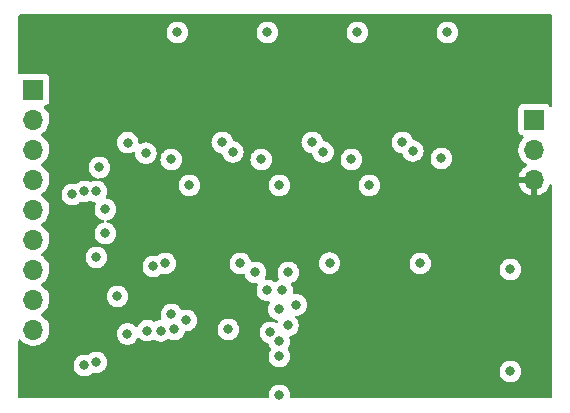
<source format=gbr>
%TF.GenerationSoftware,KiCad,Pcbnew,(6.0.0-0)*%
%TF.CreationDate,2022-03-20T10:52:16-04:00*%
%TF.ProjectId,ADC-smal,4144432d-736d-4616-9c2e-6b696361645f,rev?*%
%TF.SameCoordinates,Original*%
%TF.FileFunction,Copper,L3,Inr*%
%TF.FilePolarity,Positive*%
%FSLAX46Y46*%
G04 Gerber Fmt 4.6, Leading zero omitted, Abs format (unit mm)*
G04 Created by KiCad (PCBNEW (6.0.0-0)) date 2022-03-20 10:52:16*
%MOMM*%
%LPD*%
G01*
G04 APERTURE LIST*
%TA.AperFunction,ComponentPad*%
%ADD10R,1.700000X1.700000*%
%TD*%
%TA.AperFunction,ComponentPad*%
%ADD11O,1.700000X1.700000*%
%TD*%
%TA.AperFunction,ViaPad*%
%ADD12C,0.800000*%
%TD*%
G04 APERTURE END LIST*
D10*
%TO.N,~{EI}*%
%TO.C,J2*%
X106172000Y-52334000D03*
D11*
%TO.N,~{EO}*%
X106172000Y-54874000D03*
%TO.N,~{GS}*%
X106172000Y-57414000D03*
%TO.N,Vin*%
X106172000Y-59954000D03*
%TO.N,Vrefi*%
X106172000Y-62494000D03*
%TO.N,Vrefo*%
X106172000Y-65034000D03*
%TO.N,~{A2}*%
X106172000Y-67574000D03*
%TO.N,~{A1}*%
X106172000Y-70114000D03*
%TO.N,~{A0}*%
X106172000Y-72654000D03*
%TD*%
D10*
%TO.N,GND*%
%TO.C,J1*%
X148590000Y-54879000D03*
D11*
%TO.N,+12V*%
X148590000Y-57419000D03*
%TO.N,+5V*%
X148590000Y-59959000D03*
%TD*%
D12*
%TO.N,~{EI}*%
X111760000Y-58928000D03*
X119126000Y-71882000D03*
%TO.N,~{EO}*%
X110490000Y-60960000D03*
X113288299Y-69845701D03*
%TO.N,~{GS}*%
X109474000Y-61214000D03*
X116332000Y-67310000D03*
%TO.N,Vin*%
X123063000Y-57620500D03*
X130698086Y-57620500D03*
X115706874Y-57723652D03*
X138303000Y-57531000D03*
%TO.N,~{A0}*%
X126238000Y-72898000D03*
X125984000Y-69342000D03*
%TO.N,GND*%
X140716000Y-58166000D03*
X125984000Y-47498000D03*
X141224000Y-47498000D03*
X125460914Y-58255500D03*
X133096000Y-58255500D03*
X117840914Y-58255500D03*
X122682000Y-72644000D03*
X133604000Y-47498000D03*
X118364000Y-47498000D03*
X146558000Y-67564000D03*
%TO.N,+12V*%
X137414000Y-56806500D03*
X129789701Y-56806500D03*
X114161076Y-56823824D03*
X122169701Y-56806500D03*
%TO.N,+5V*%
X121412000Y-47498000D03*
X129032000Y-47498000D03*
X121412000Y-67056000D03*
X136652000Y-67056000D03*
X136652000Y-47498000D03*
X113792000Y-67056000D03*
X129029801Y-67029969D03*
X113792000Y-47498000D03*
%TO.N,Q0*%
X112268000Y-62484000D03*
X118110000Y-72644000D03*
X112268000Y-64516000D03*
X146558000Y-76200000D03*
%TO.N,Q1*%
X111506000Y-66548000D03*
X127000000Y-78232000D03*
X116967000Y-72762400D03*
X111506000Y-60960000D03*
%TO.N,Q2*%
X117864599Y-71365401D03*
X110490000Y-75692000D03*
X115824000Y-72743521D03*
%TO.N,Q3*%
X114142984Y-73018511D03*
X111506000Y-75438000D03*
X117348000Y-67056000D03*
%TO.N,Q4*%
X127759851Y-67815851D03*
X128448826Y-70558564D03*
%TO.N,Q5*%
X127000000Y-74930000D03*
X124968000Y-67818000D03*
%TO.N,Q6*%
X127000000Y-73660000D03*
X126962500Y-70936822D03*
%TO.N,Q7*%
X127724326Y-72309667D03*
X127254000Y-69342000D03*
%TO.N,Net-(R17-Pad1)*%
X123698000Y-67056000D03*
X119380000Y-60452000D03*
%TO.N,Net-(R16-Pad2)*%
X127000000Y-60452000D03*
X131252887Y-67029967D03*
%TO.N,Net-(R22-Pad2)*%
X138938000Y-67056000D03*
X134620000Y-60452000D03*
%TD*%
%TA.AperFunction,Conductor*%
%TO.N,+5V*%
G36*
X150056121Y-45994002D02*
G01*
X150102614Y-46047658D01*
X150114000Y-46100000D01*
X150114000Y-53702139D01*
X150093998Y-53770260D01*
X150040342Y-53816753D01*
X149970068Y-53826857D01*
X149905488Y-53797363D01*
X149887174Y-53777704D01*
X149863521Y-53746143D01*
X149803261Y-53665739D01*
X149686705Y-53578385D01*
X149550316Y-53527255D01*
X149488134Y-53520500D01*
X147691866Y-53520500D01*
X147629684Y-53527255D01*
X147493295Y-53578385D01*
X147376739Y-53665739D01*
X147289385Y-53782295D01*
X147238255Y-53918684D01*
X147231500Y-53980866D01*
X147231500Y-55777134D01*
X147238255Y-55839316D01*
X147289385Y-55975705D01*
X147376739Y-56092261D01*
X147493295Y-56179615D01*
X147501704Y-56182767D01*
X147501705Y-56182768D01*
X147610451Y-56223535D01*
X147667216Y-56266176D01*
X147691916Y-56332738D01*
X147676709Y-56402087D01*
X147657316Y-56428568D01*
X147530629Y-56561138D01*
X147527715Y-56565410D01*
X147527714Y-56565411D01*
X147450612Y-56678439D01*
X147404743Y-56745680D01*
X147357716Y-56846992D01*
X147313785Y-56941634D01*
X147310688Y-56948305D01*
X147250989Y-57163570D01*
X147227251Y-57385695D01*
X147227548Y-57390848D01*
X147227548Y-57390851D01*
X147238036Y-57572751D01*
X147240110Y-57608715D01*
X147241247Y-57613761D01*
X147241248Y-57613767D01*
X147263758Y-57713648D01*
X147289222Y-57826639D01*
X147373266Y-58033616D01*
X147414517Y-58100931D01*
X147438926Y-58140763D01*
X147489987Y-58224088D01*
X147636250Y-58392938D01*
X147752312Y-58489294D01*
X147798123Y-58527327D01*
X147808126Y-58535632D01*
X147833948Y-58550721D01*
X147881955Y-58578774D01*
X147930679Y-58630412D01*
X147943750Y-58700195D01*
X147917019Y-58765967D01*
X147876562Y-58799327D01*
X147868457Y-58803546D01*
X147859738Y-58809036D01*
X147689433Y-58936905D01*
X147681726Y-58943748D01*
X147534590Y-59097717D01*
X147528104Y-59105727D01*
X147408098Y-59281649D01*
X147403000Y-59290623D01*
X147313338Y-59483783D01*
X147309775Y-59493470D01*
X147254389Y-59693183D01*
X147255912Y-59701607D01*
X147268292Y-59705000D01*
X148718000Y-59705000D01*
X148786121Y-59725002D01*
X148832614Y-59778658D01*
X148844000Y-59831000D01*
X148844000Y-61277517D01*
X148848064Y-61291359D01*
X148861478Y-61293393D01*
X148868184Y-61292534D01*
X148878262Y-61290392D01*
X149082255Y-61229191D01*
X149091842Y-61225433D01*
X149283095Y-61131739D01*
X149291945Y-61126464D01*
X149465328Y-61002792D01*
X149473200Y-60996139D01*
X149624052Y-60845812D01*
X149630730Y-60837965D01*
X149755003Y-60665020D01*
X149760313Y-60656183D01*
X149854670Y-60465267D01*
X149858469Y-60455672D01*
X149867442Y-60426139D01*
X149906383Y-60366775D01*
X149971237Y-60337888D01*
X150041413Y-60348649D01*
X150094631Y-60395643D01*
X150114000Y-60462768D01*
X150114000Y-78360000D01*
X150093998Y-78428121D01*
X150040342Y-78474614D01*
X149988000Y-78486000D01*
X128026745Y-78486000D01*
X127958624Y-78465998D01*
X127912131Y-78412342D01*
X127901435Y-78346830D01*
X127912814Y-78238565D01*
X127913504Y-78232000D01*
X127893542Y-78042072D01*
X127834527Y-77860444D01*
X127739040Y-77695056D01*
X127611253Y-77553134D01*
X127456752Y-77440882D01*
X127450724Y-77438198D01*
X127450722Y-77438197D01*
X127288319Y-77365891D01*
X127288318Y-77365891D01*
X127282288Y-77363206D01*
X127188888Y-77343353D01*
X127101944Y-77324872D01*
X127101939Y-77324872D01*
X127095487Y-77323500D01*
X126904513Y-77323500D01*
X126898061Y-77324872D01*
X126898056Y-77324872D01*
X126811112Y-77343353D01*
X126717712Y-77363206D01*
X126711682Y-77365891D01*
X126711681Y-77365891D01*
X126549278Y-77438197D01*
X126549276Y-77438198D01*
X126543248Y-77440882D01*
X126388747Y-77553134D01*
X126260960Y-77695056D01*
X126165473Y-77860444D01*
X126106458Y-78042072D01*
X126086496Y-78232000D01*
X126087186Y-78238565D01*
X126098565Y-78346830D01*
X126085793Y-78416668D01*
X126037291Y-78468515D01*
X125973255Y-78486000D01*
X105028000Y-78486000D01*
X104959879Y-78465998D01*
X104913386Y-78412342D01*
X104902000Y-78360000D01*
X104902000Y-75692000D01*
X109576496Y-75692000D01*
X109577186Y-75698565D01*
X109591894Y-75838500D01*
X109596458Y-75881928D01*
X109655473Y-76063556D01*
X109750960Y-76228944D01*
X109755378Y-76233851D01*
X109755379Y-76233852D01*
X109855572Y-76345128D01*
X109878747Y-76370866D01*
X110033248Y-76483118D01*
X110039276Y-76485802D01*
X110039278Y-76485803D01*
X110201681Y-76558109D01*
X110207712Y-76560794D01*
X110301113Y-76580647D01*
X110388056Y-76599128D01*
X110388061Y-76599128D01*
X110394513Y-76600500D01*
X110585487Y-76600500D01*
X110591939Y-76599128D01*
X110591944Y-76599128D01*
X110678887Y-76580647D01*
X110772288Y-76560794D01*
X110778319Y-76558109D01*
X110940722Y-76485803D01*
X110940724Y-76485802D01*
X110946752Y-76483118D01*
X111101253Y-76370866D01*
X111105671Y-76365959D01*
X111105678Y-76365953D01*
X111120672Y-76349300D01*
X111181117Y-76312060D01*
X111240505Y-76310364D01*
X111404047Y-76345127D01*
X111404060Y-76345128D01*
X111410513Y-76346500D01*
X111601487Y-76346500D01*
X111607939Y-76345128D01*
X111607944Y-76345128D01*
X111694888Y-76326647D01*
X111788288Y-76306794D01*
X111834523Y-76286209D01*
X111956722Y-76231803D01*
X111956724Y-76231802D01*
X111962752Y-76229118D01*
X111993794Y-76206565D01*
X112002830Y-76200000D01*
X145644496Y-76200000D01*
X145645186Y-76206565D01*
X145662863Y-76374749D01*
X145664458Y-76389928D01*
X145723473Y-76571556D01*
X145818960Y-76736944D01*
X145946747Y-76878866D01*
X146101248Y-76991118D01*
X146107276Y-76993802D01*
X146107278Y-76993803D01*
X146269681Y-77066109D01*
X146275712Y-77068794D01*
X146369113Y-77088647D01*
X146456056Y-77107128D01*
X146456061Y-77107128D01*
X146462513Y-77108500D01*
X146653487Y-77108500D01*
X146659939Y-77107128D01*
X146659944Y-77107128D01*
X146746887Y-77088647D01*
X146840288Y-77068794D01*
X146846319Y-77066109D01*
X147008722Y-76993803D01*
X147008724Y-76993802D01*
X147014752Y-76991118D01*
X147169253Y-76878866D01*
X147297040Y-76736944D01*
X147392527Y-76571556D01*
X147451542Y-76389928D01*
X147453138Y-76374749D01*
X147470814Y-76206565D01*
X147471504Y-76200000D01*
X147470814Y-76193435D01*
X147452232Y-76016635D01*
X147452232Y-76016633D01*
X147451542Y-76010072D01*
X147392527Y-75828444D01*
X147297040Y-75663056D01*
X147271064Y-75634206D01*
X147173675Y-75526045D01*
X147173674Y-75526044D01*
X147169253Y-75521134D01*
X147054829Y-75438000D01*
X147020094Y-75412763D01*
X147020093Y-75412762D01*
X147014752Y-75408882D01*
X147008724Y-75406198D01*
X147008722Y-75406197D01*
X146846319Y-75333891D01*
X146846318Y-75333891D01*
X146840288Y-75331206D01*
X146727721Y-75307279D01*
X146659944Y-75292872D01*
X146659939Y-75292872D01*
X146653487Y-75291500D01*
X146462513Y-75291500D01*
X146456061Y-75292872D01*
X146456056Y-75292872D01*
X146388279Y-75307279D01*
X146275712Y-75331206D01*
X146269682Y-75333891D01*
X146269681Y-75333891D01*
X146107278Y-75406197D01*
X146107276Y-75406198D01*
X146101248Y-75408882D01*
X146095907Y-75412762D01*
X146095906Y-75412763D01*
X146061171Y-75438000D01*
X145946747Y-75521134D01*
X145942326Y-75526044D01*
X145942325Y-75526045D01*
X145844937Y-75634206D01*
X145818960Y-75663056D01*
X145723473Y-75828444D01*
X145664458Y-76010072D01*
X145663768Y-76016633D01*
X145663768Y-76016635D01*
X145645186Y-76193435D01*
X145644496Y-76200000D01*
X112002830Y-76200000D01*
X112018157Y-76188864D01*
X112117253Y-76116866D01*
X112121675Y-76111955D01*
X112240621Y-75979852D01*
X112240622Y-75979851D01*
X112245040Y-75974944D01*
X112340527Y-75809556D01*
X112399542Y-75627928D01*
X112401138Y-75612749D01*
X112418814Y-75444565D01*
X112419504Y-75438000D01*
X112408280Y-75331206D01*
X112400232Y-75254635D01*
X112400232Y-75254633D01*
X112399542Y-75248072D01*
X112340527Y-75066444D01*
X112245040Y-74901056D01*
X112193479Y-74843791D01*
X112121675Y-74764045D01*
X112121674Y-74764044D01*
X112117253Y-74759134D01*
X111962752Y-74646882D01*
X111956724Y-74644198D01*
X111956722Y-74644197D01*
X111794319Y-74571891D01*
X111794318Y-74571891D01*
X111788288Y-74569206D01*
X111694887Y-74549353D01*
X111607944Y-74530872D01*
X111607939Y-74530872D01*
X111601487Y-74529500D01*
X111410513Y-74529500D01*
X111404061Y-74530872D01*
X111404056Y-74530872D01*
X111317113Y-74549353D01*
X111223712Y-74569206D01*
X111217682Y-74571891D01*
X111217681Y-74571891D01*
X111055278Y-74644197D01*
X111055276Y-74644198D01*
X111049248Y-74646882D01*
X110894747Y-74759134D01*
X110890329Y-74764041D01*
X110890322Y-74764047D01*
X110875328Y-74780700D01*
X110814883Y-74817940D01*
X110755495Y-74819636D01*
X110591953Y-74784873D01*
X110591940Y-74784872D01*
X110585487Y-74783500D01*
X110394513Y-74783500D01*
X110388061Y-74784872D01*
X110388056Y-74784872D01*
X110301113Y-74803353D01*
X110207712Y-74823206D01*
X110201682Y-74825891D01*
X110201681Y-74825891D01*
X110039278Y-74898197D01*
X110039276Y-74898198D01*
X110033248Y-74900882D01*
X110027907Y-74904762D01*
X110027906Y-74904763D01*
X109993171Y-74930000D01*
X109878747Y-75013134D01*
X109874326Y-75018044D01*
X109874325Y-75018045D01*
X109776937Y-75126206D01*
X109750960Y-75155056D01*
X109655473Y-75320444D01*
X109596458Y-75502072D01*
X109595768Y-75508633D01*
X109595768Y-75508635D01*
X109583920Y-75621365D01*
X109576496Y-75692000D01*
X104902000Y-75692000D01*
X104902000Y-73600750D01*
X104922002Y-73532629D01*
X104975658Y-73486136D01*
X105045932Y-73476032D01*
X105110512Y-73505526D01*
X105123234Y-73518249D01*
X105167902Y-73569815D01*
X105214866Y-73624032D01*
X105214869Y-73624035D01*
X105218250Y-73627938D01*
X105390126Y-73770632D01*
X105583000Y-73883338D01*
X105587825Y-73885180D01*
X105587826Y-73885181D01*
X105596981Y-73888677D01*
X105791692Y-73963030D01*
X105796760Y-73964061D01*
X105796763Y-73964062D01*
X105904017Y-73985883D01*
X106010597Y-74007567D01*
X106015772Y-74007757D01*
X106015774Y-74007757D01*
X106228673Y-74015564D01*
X106228677Y-74015564D01*
X106233837Y-74015753D01*
X106238957Y-74015097D01*
X106238959Y-74015097D01*
X106450288Y-73988025D01*
X106450289Y-73988025D01*
X106455416Y-73987368D01*
X106460366Y-73985883D01*
X106664429Y-73924661D01*
X106664434Y-73924659D01*
X106669384Y-73923174D01*
X106869994Y-73824896D01*
X107051860Y-73695173D01*
X107210096Y-73537489D01*
X107223919Y-73518253D01*
X107337435Y-73360277D01*
X107340453Y-73356077D01*
X107386321Y-73263271D01*
X107437136Y-73160453D01*
X107437137Y-73160451D01*
X107439430Y-73155811D01*
X107481145Y-73018511D01*
X113229480Y-73018511D01*
X113230170Y-73025076D01*
X113244399Y-73160453D01*
X113249442Y-73208439D01*
X113308457Y-73390067D01*
X113311760Y-73395789D01*
X113311761Y-73395790D01*
X113334367Y-73434944D01*
X113403944Y-73555455D01*
X113408362Y-73560362D01*
X113408363Y-73560363D01*
X113526465Y-73691529D01*
X113531731Y-73697377D01*
X113623579Y-73764109D01*
X113669771Y-73797669D01*
X113686232Y-73809629D01*
X113692260Y-73812313D01*
X113692262Y-73812314D01*
X113776745Y-73849928D01*
X113860696Y-73887305D01*
X113954096Y-73907158D01*
X114041040Y-73925639D01*
X114041045Y-73925639D01*
X114047497Y-73927011D01*
X114238471Y-73927011D01*
X114244923Y-73925639D01*
X114244928Y-73925639D01*
X114331872Y-73907158D01*
X114425272Y-73887305D01*
X114509223Y-73849928D01*
X114593706Y-73812314D01*
X114593708Y-73812313D01*
X114599736Y-73809629D01*
X114616198Y-73797669D01*
X114662389Y-73764109D01*
X114754237Y-73697377D01*
X114759503Y-73691529D01*
X114877605Y-73560363D01*
X114877606Y-73560362D01*
X114882024Y-73555455D01*
X114971335Y-73400764D01*
X115022718Y-73351771D01*
X115092431Y-73338335D01*
X115158342Y-73364721D01*
X115174090Y-73379454D01*
X115196741Y-73404610D01*
X115212747Y-73422387D01*
X115269744Y-73463798D01*
X115339553Y-73514517D01*
X115367248Y-73534639D01*
X115373276Y-73537323D01*
X115373278Y-73537324D01*
X115470813Y-73580749D01*
X115541712Y-73612315D01*
X115630530Y-73631194D01*
X115722056Y-73650649D01*
X115722061Y-73650649D01*
X115728513Y-73652021D01*
X115919487Y-73652021D01*
X115925939Y-73650649D01*
X115925944Y-73650649D01*
X116017470Y-73631194D01*
X116106288Y-73612315D01*
X116177187Y-73580749D01*
X116274722Y-73537324D01*
X116274724Y-73537323D01*
X116280752Y-73534639D01*
X116286090Y-73530761D01*
X116286093Y-73530759D01*
X116308448Y-73514517D01*
X116375317Y-73490659D01*
X116444468Y-73506741D01*
X116456569Y-73514518D01*
X116478923Y-73530759D01*
X116510248Y-73553518D01*
X116516276Y-73556202D01*
X116516278Y-73556203D01*
X116677399Y-73627938D01*
X116684712Y-73631194D01*
X116776240Y-73650649D01*
X116865056Y-73669528D01*
X116865061Y-73669528D01*
X116871513Y-73670900D01*
X117062487Y-73670900D01*
X117068939Y-73669528D01*
X117068944Y-73669528D01*
X117157760Y-73650649D01*
X117249288Y-73631194D01*
X117256601Y-73627938D01*
X117417722Y-73556203D01*
X117417724Y-73556202D01*
X117423752Y-73553518D01*
X117553143Y-73459510D01*
X117620009Y-73435652D01*
X117678450Y-73446339D01*
X117767837Y-73486136D01*
X117814117Y-73506741D01*
X117827712Y-73512794D01*
X117912226Y-73530758D01*
X118008056Y-73551128D01*
X118008061Y-73551128D01*
X118014513Y-73552500D01*
X118205487Y-73552500D01*
X118211939Y-73551128D01*
X118211944Y-73551128D01*
X118307774Y-73530758D01*
X118392288Y-73512794D01*
X118398319Y-73510109D01*
X118560722Y-73437803D01*
X118560724Y-73437802D01*
X118566752Y-73435118D01*
X118608743Y-73404610D01*
X118637410Y-73383782D01*
X118721253Y-73322866D01*
X118759431Y-73280465D01*
X118844621Y-73185852D01*
X118844622Y-73185851D01*
X118849040Y-73180944D01*
X118944527Y-73015556D01*
X118989364Y-72877563D01*
X119029438Y-72818958D01*
X119094835Y-72791321D01*
X119109197Y-72790500D01*
X119221487Y-72790500D01*
X119227939Y-72789128D01*
X119227944Y-72789128D01*
X119314887Y-72770647D01*
X119408288Y-72750794D01*
X119414319Y-72748109D01*
X119576722Y-72675803D01*
X119576724Y-72675802D01*
X119582752Y-72673118D01*
X119613794Y-72650565D01*
X119622830Y-72644000D01*
X121768496Y-72644000D01*
X121769186Y-72650565D01*
X121786885Y-72818958D01*
X121788458Y-72833928D01*
X121847473Y-73015556D01*
X121942960Y-73180944D01*
X121947378Y-73185851D01*
X121947379Y-73185852D01*
X122032569Y-73280465D01*
X122070747Y-73322866D01*
X122154590Y-73383782D01*
X122183258Y-73404610D01*
X122225248Y-73435118D01*
X122231276Y-73437802D01*
X122231278Y-73437803D01*
X122393681Y-73510109D01*
X122399712Y-73512794D01*
X122484226Y-73530758D01*
X122580056Y-73551128D01*
X122580061Y-73551128D01*
X122586513Y-73552500D01*
X122777487Y-73552500D01*
X122783939Y-73551128D01*
X122783944Y-73551128D01*
X122879774Y-73530758D01*
X122964288Y-73512794D01*
X122970319Y-73510109D01*
X123132722Y-73437803D01*
X123132724Y-73437802D01*
X123138752Y-73435118D01*
X123180743Y-73404610D01*
X123209410Y-73383782D01*
X123293253Y-73322866D01*
X123331431Y-73280465D01*
X123416621Y-73185852D01*
X123416622Y-73185851D01*
X123421040Y-73180944D01*
X123516527Y-73015556D01*
X123575542Y-72833928D01*
X123577116Y-72818958D01*
X123594814Y-72650565D01*
X123595504Y-72644000D01*
X123594814Y-72637435D01*
X123576232Y-72460635D01*
X123576232Y-72460633D01*
X123575542Y-72454072D01*
X123516527Y-72272444D01*
X123492758Y-72231274D01*
X123453480Y-72163244D01*
X123421040Y-72107056D01*
X123395064Y-72078206D01*
X123297675Y-71970045D01*
X123297674Y-71970044D01*
X123293253Y-71965134D01*
X123172515Y-71877412D01*
X123144094Y-71856763D01*
X123144093Y-71856762D01*
X123138752Y-71852882D01*
X123132724Y-71850198D01*
X123132722Y-71850197D01*
X122970319Y-71777891D01*
X122970318Y-71777891D01*
X122964288Y-71775206D01*
X122870887Y-71755353D01*
X122783944Y-71736872D01*
X122783939Y-71736872D01*
X122777487Y-71735500D01*
X122586513Y-71735500D01*
X122580061Y-71736872D01*
X122580056Y-71736872D01*
X122493113Y-71755353D01*
X122399712Y-71775206D01*
X122393682Y-71777891D01*
X122393681Y-71777891D01*
X122231278Y-71850197D01*
X122231276Y-71850198D01*
X122225248Y-71852882D01*
X122219907Y-71856762D01*
X122219906Y-71856763D01*
X122191485Y-71877412D01*
X122070747Y-71965134D01*
X122066326Y-71970044D01*
X122066325Y-71970045D01*
X121968937Y-72078206D01*
X121942960Y-72107056D01*
X121910520Y-72163244D01*
X121871243Y-72231274D01*
X121847473Y-72272444D01*
X121788458Y-72454072D01*
X121787768Y-72460633D01*
X121787768Y-72460635D01*
X121769186Y-72637435D01*
X121768496Y-72644000D01*
X119622830Y-72644000D01*
X119638157Y-72632864D01*
X119737253Y-72560866D01*
X119833411Y-72454072D01*
X119860621Y-72423852D01*
X119860622Y-72423851D01*
X119865040Y-72418944D01*
X119960527Y-72253556D01*
X120019542Y-72071928D01*
X120020307Y-72064655D01*
X120038814Y-71888565D01*
X120039504Y-71882000D01*
X120033064Y-71820729D01*
X120020232Y-71698635D01*
X120020232Y-71698633D01*
X120019542Y-71692072D01*
X119960527Y-71510444D01*
X119947790Y-71488382D01*
X119882860Y-71375921D01*
X119865040Y-71345056D01*
X119771630Y-71241313D01*
X119741675Y-71208045D01*
X119741674Y-71208044D01*
X119737253Y-71203134D01*
X119623087Y-71120187D01*
X119588094Y-71094763D01*
X119588093Y-71094762D01*
X119582752Y-71090882D01*
X119576724Y-71088198D01*
X119576722Y-71088197D01*
X119414319Y-71015891D01*
X119414318Y-71015891D01*
X119408288Y-71013206D01*
X119290278Y-70988122D01*
X119227944Y-70974872D01*
X119227939Y-70974872D01*
X119221487Y-70973500D01*
X119030513Y-70973500D01*
X119024061Y-70974872D01*
X119024056Y-70974872D01*
X118961722Y-70988122D01*
X118843712Y-71013206D01*
X118837680Y-71015892D01*
X118831400Y-71017932D01*
X118830684Y-71015728D01*
X118770843Y-71023744D01*
X118706550Y-70993629D01*
X118680859Y-70962205D01*
X118606941Y-70834175D01*
X118606938Y-70834170D01*
X118603639Y-70828457D01*
X118530200Y-70746894D01*
X118480274Y-70691446D01*
X118480273Y-70691445D01*
X118475852Y-70686535D01*
X118321351Y-70574283D01*
X118315323Y-70571599D01*
X118315321Y-70571598D01*
X118152918Y-70499292D01*
X118152917Y-70499292D01*
X118146887Y-70496607D01*
X118053486Y-70476754D01*
X117966543Y-70458273D01*
X117966538Y-70458273D01*
X117960086Y-70456901D01*
X117769112Y-70456901D01*
X117762660Y-70458273D01*
X117762655Y-70458273D01*
X117675712Y-70476754D01*
X117582311Y-70496607D01*
X117576281Y-70499292D01*
X117576280Y-70499292D01*
X117413877Y-70571598D01*
X117413875Y-70571599D01*
X117407847Y-70574283D01*
X117253346Y-70686535D01*
X117248925Y-70691445D01*
X117248924Y-70691446D01*
X117198999Y-70746894D01*
X117125559Y-70828457D01*
X117030072Y-70993845D01*
X116971057Y-71175473D01*
X116970367Y-71182034D01*
X116970367Y-71182036D01*
X116959765Y-71282909D01*
X116951095Y-71365401D01*
X116951785Y-71371966D01*
X116961884Y-71468048D01*
X116971057Y-71555329D01*
X116973097Y-71561607D01*
X117014478Y-71688964D01*
X117016506Y-71759931D01*
X116979843Y-71820729D01*
X116916131Y-71852055D01*
X116894645Y-71853900D01*
X116871513Y-71853900D01*
X116865061Y-71855272D01*
X116865056Y-71855272D01*
X116779985Y-71873355D01*
X116684712Y-71893606D01*
X116678682Y-71896291D01*
X116678681Y-71896291D01*
X116516278Y-71968597D01*
X116516276Y-71968598D01*
X116510248Y-71971282D01*
X116504910Y-71975160D01*
X116504907Y-71975162D01*
X116482552Y-71991404D01*
X116415683Y-72015262D01*
X116346532Y-71999180D01*
X116334431Y-71991403D01*
X116286094Y-71956284D01*
X116286093Y-71956283D01*
X116280752Y-71952403D01*
X116274724Y-71949719D01*
X116274722Y-71949718D01*
X116112319Y-71877412D01*
X116112318Y-71877412D01*
X116106288Y-71874727D01*
X116003516Y-71852882D01*
X115925944Y-71836393D01*
X115925939Y-71836393D01*
X115919487Y-71835021D01*
X115728513Y-71835021D01*
X115722061Y-71836393D01*
X115722056Y-71836393D01*
X115644484Y-71852882D01*
X115541712Y-71874727D01*
X115535682Y-71877412D01*
X115535681Y-71877412D01*
X115373278Y-71949718D01*
X115373276Y-71949719D01*
X115367248Y-71952403D01*
X115212747Y-72064655D01*
X115208326Y-72069565D01*
X115208325Y-72069566D01*
X115167802Y-72114572D01*
X115084960Y-72206577D01*
X115050236Y-72266721D01*
X114995649Y-72361268D01*
X114944266Y-72410261D01*
X114874553Y-72423697D01*
X114808642Y-72397311D01*
X114792894Y-72382578D01*
X114758659Y-72344556D01*
X114758658Y-72344555D01*
X114754237Y-72339645D01*
X114599736Y-72227393D01*
X114593708Y-72224709D01*
X114593706Y-72224708D01*
X114431303Y-72152402D01*
X114431302Y-72152402D01*
X114425272Y-72149717D01*
X114315114Y-72126302D01*
X114244928Y-72111383D01*
X114244923Y-72111383D01*
X114238471Y-72110011D01*
X114047497Y-72110011D01*
X114041045Y-72111383D01*
X114041040Y-72111383D01*
X113970854Y-72126302D01*
X113860696Y-72149717D01*
X113854666Y-72152402D01*
X113854665Y-72152402D01*
X113692262Y-72224708D01*
X113692260Y-72224709D01*
X113686232Y-72227393D01*
X113531731Y-72339645D01*
X113527310Y-72344555D01*
X113527309Y-72344556D01*
X113428701Y-72454072D01*
X113403944Y-72481567D01*
X113308457Y-72646955D01*
X113249442Y-72828583D01*
X113229480Y-73018511D01*
X107481145Y-73018511D01*
X107483140Y-73011946D01*
X107502865Y-72947023D01*
X107502865Y-72947021D01*
X107504370Y-72942069D01*
X107533529Y-72720590D01*
X107533611Y-72717240D01*
X107535074Y-72657365D01*
X107535074Y-72657361D01*
X107535156Y-72654000D01*
X107516852Y-72431361D01*
X107462431Y-72214702D01*
X107373354Y-72009840D01*
X107290651Y-71882000D01*
X107254822Y-71826617D01*
X107254820Y-71826614D01*
X107252014Y-71822277D01*
X107101670Y-71657051D01*
X107097619Y-71653852D01*
X107097615Y-71653848D01*
X106930414Y-71521800D01*
X106930410Y-71521798D01*
X106926359Y-71518598D01*
X106885053Y-71495796D01*
X106835084Y-71445364D01*
X106820312Y-71375921D01*
X106845428Y-71309516D01*
X106872780Y-71282909D01*
X106936539Y-71237430D01*
X107051860Y-71155173D01*
X107080383Y-71126750D01*
X107189581Y-71017932D01*
X107210096Y-70997489D01*
X107223919Y-70978253D01*
X107337435Y-70820277D01*
X107340453Y-70816077D01*
X107373856Y-70748492D01*
X107437136Y-70620453D01*
X107437137Y-70620451D01*
X107439430Y-70615811D01*
X107504370Y-70402069D01*
X107533529Y-70180590D01*
X107533732Y-70172274D01*
X107535074Y-70117365D01*
X107535074Y-70117361D01*
X107535156Y-70114000D01*
X107516852Y-69891361D01*
X107505383Y-69845701D01*
X112374795Y-69845701D01*
X112375485Y-69852266D01*
X112393886Y-70027338D01*
X112394757Y-70035629D01*
X112453772Y-70217257D01*
X112549259Y-70382645D01*
X112553677Y-70387552D01*
X112553678Y-70387553D01*
X112566748Y-70402069D01*
X112677046Y-70524567D01*
X112745474Y-70574283D01*
X112795814Y-70610857D01*
X112831547Y-70636819D01*
X112837575Y-70639503D01*
X112837577Y-70639504D01*
X112999980Y-70711810D01*
X113006011Y-70714495D01*
X113072445Y-70728616D01*
X113186355Y-70752829D01*
X113186360Y-70752829D01*
X113192812Y-70754201D01*
X113383786Y-70754201D01*
X113390238Y-70752829D01*
X113390243Y-70752829D01*
X113504153Y-70728616D01*
X113570587Y-70714495D01*
X113576618Y-70711810D01*
X113739021Y-70639504D01*
X113739023Y-70639503D01*
X113745051Y-70636819D01*
X113780785Y-70610857D01*
X113831124Y-70574283D01*
X113899552Y-70524567D01*
X114009850Y-70402069D01*
X114022920Y-70387553D01*
X114022921Y-70387552D01*
X114027339Y-70382645D01*
X114122826Y-70217257D01*
X114181841Y-70035629D01*
X114182713Y-70027338D01*
X114201113Y-69852266D01*
X114201803Y-69845701D01*
X114187254Y-69707271D01*
X114182531Y-69662336D01*
X114182531Y-69662334D01*
X114181841Y-69655773D01*
X114122826Y-69474145D01*
X114027339Y-69308757D01*
X113973870Y-69249373D01*
X113903974Y-69171746D01*
X113903973Y-69171745D01*
X113899552Y-69166835D01*
X113745051Y-69054583D01*
X113739023Y-69051899D01*
X113739021Y-69051898D01*
X113576618Y-68979592D01*
X113576617Y-68979592D01*
X113570587Y-68976907D01*
X113462946Y-68954027D01*
X113390243Y-68938573D01*
X113390238Y-68938573D01*
X113383786Y-68937201D01*
X113192812Y-68937201D01*
X113186360Y-68938573D01*
X113186355Y-68938573D01*
X113113652Y-68954027D01*
X113006011Y-68976907D01*
X112999981Y-68979592D01*
X112999980Y-68979592D01*
X112837577Y-69051898D01*
X112837575Y-69051899D01*
X112831547Y-69054583D01*
X112677046Y-69166835D01*
X112672625Y-69171745D01*
X112672624Y-69171746D01*
X112602729Y-69249373D01*
X112549259Y-69308757D01*
X112453772Y-69474145D01*
X112394757Y-69655773D01*
X112394067Y-69662334D01*
X112394067Y-69662336D01*
X112389344Y-69707271D01*
X112374795Y-69845701D01*
X107505383Y-69845701D01*
X107462431Y-69674702D01*
X107373354Y-69469840D01*
X107290651Y-69342000D01*
X107254822Y-69286617D01*
X107254820Y-69286614D01*
X107252014Y-69282277D01*
X107101670Y-69117051D01*
X107097619Y-69113852D01*
X107097615Y-69113848D01*
X106930414Y-68981800D01*
X106930410Y-68981798D01*
X106926359Y-68978598D01*
X106885053Y-68955796D01*
X106835084Y-68905364D01*
X106820312Y-68835921D01*
X106845428Y-68769516D01*
X106872780Y-68742909D01*
X106916603Y-68711650D01*
X107051860Y-68615173D01*
X107057399Y-68609654D01*
X107146614Y-68520750D01*
X107210096Y-68457489D01*
X107223919Y-68438253D01*
X107337435Y-68280277D01*
X107340453Y-68276077D01*
X107355585Y-68245461D01*
X107437136Y-68080453D01*
X107437137Y-68080451D01*
X107439430Y-68075811D01*
X107504370Y-67862069D01*
X107533529Y-67640590D01*
X107533611Y-67637240D01*
X107535074Y-67577365D01*
X107535074Y-67577361D01*
X107535156Y-67574000D01*
X107516852Y-67351361D01*
X107462431Y-67134702D01*
X107373354Y-66929840D01*
X107271926Y-66773056D01*
X107254822Y-66746617D01*
X107254820Y-66746614D01*
X107252014Y-66742277D01*
X107101670Y-66577051D01*
X107097619Y-66573852D01*
X107097615Y-66573848D01*
X107064886Y-66548000D01*
X110592496Y-66548000D01*
X110593186Y-66554565D01*
X110607824Y-66693834D01*
X110612458Y-66737928D01*
X110671473Y-66919556D01*
X110674776Y-66925278D01*
X110674777Y-66925279D01*
X110687351Y-66947057D01*
X110766960Y-67084944D01*
X110771378Y-67089851D01*
X110771379Y-67089852D01*
X110813818Y-67136985D01*
X110894747Y-67226866D01*
X110959620Y-67273999D01*
X111018207Y-67316565D01*
X111049248Y-67339118D01*
X111055276Y-67341802D01*
X111055278Y-67341803D01*
X111217681Y-67414109D01*
X111223712Y-67416794D01*
X111317112Y-67436647D01*
X111404056Y-67455128D01*
X111404061Y-67455128D01*
X111410513Y-67456500D01*
X111601487Y-67456500D01*
X111607939Y-67455128D01*
X111607944Y-67455128D01*
X111694888Y-67436647D01*
X111788288Y-67416794D01*
X111794319Y-67414109D01*
X111956722Y-67341803D01*
X111956724Y-67341802D01*
X111962752Y-67339118D01*
X111993794Y-67316565D01*
X112002830Y-67310000D01*
X115418496Y-67310000D01*
X115419186Y-67316565D01*
X115433894Y-67456500D01*
X115438458Y-67499928D01*
X115497473Y-67681556D01*
X115592960Y-67846944D01*
X115597378Y-67851851D01*
X115597379Y-67851852D01*
X115716323Y-67983953D01*
X115720747Y-67988866D01*
X115875248Y-68101118D01*
X115881276Y-68103802D01*
X115881278Y-68103803D01*
X116043681Y-68176109D01*
X116049712Y-68178794D01*
X116143112Y-68198647D01*
X116230056Y-68217128D01*
X116230061Y-68217128D01*
X116236513Y-68218500D01*
X116427487Y-68218500D01*
X116433939Y-68217128D01*
X116433944Y-68217128D01*
X116520888Y-68198647D01*
X116614288Y-68178794D01*
X116620319Y-68176109D01*
X116782722Y-68103803D01*
X116782724Y-68103802D01*
X116788752Y-68101118D01*
X116830403Y-68070857D01*
X116937909Y-67992749D01*
X116937911Y-67992747D01*
X116943253Y-67988866D01*
X116947671Y-67983959D01*
X116947678Y-67983953D01*
X116962672Y-67967300D01*
X117023117Y-67930060D01*
X117082505Y-67928364D01*
X117246047Y-67963127D01*
X117246060Y-67963128D01*
X117252513Y-67964500D01*
X117443487Y-67964500D01*
X117449939Y-67963128D01*
X117449944Y-67963128D01*
X117536888Y-67944647D01*
X117630288Y-67924794D01*
X117685678Y-67900133D01*
X117798722Y-67849803D01*
X117798724Y-67849802D01*
X117804752Y-67847118D01*
X117835794Y-67824565D01*
X117860157Y-67806864D01*
X117959253Y-67734866D01*
X117987115Y-67703922D01*
X118082621Y-67597852D01*
X118082622Y-67597851D01*
X118087040Y-67592944D01*
X118182527Y-67427556D01*
X118241542Y-67245928D01*
X118243138Y-67230749D01*
X118260814Y-67062565D01*
X118261504Y-67056000D01*
X122784496Y-67056000D01*
X122785186Y-67062565D01*
X122802863Y-67230749D01*
X122804458Y-67245928D01*
X122863473Y-67427556D01*
X122958960Y-67592944D01*
X122963378Y-67597851D01*
X122963379Y-67597852D01*
X123058885Y-67703922D01*
X123086747Y-67734866D01*
X123185843Y-67806864D01*
X123210207Y-67824565D01*
X123241248Y-67847118D01*
X123247276Y-67849802D01*
X123247278Y-67849803D01*
X123360322Y-67900133D01*
X123415712Y-67924794D01*
X123509112Y-67944647D01*
X123596056Y-67963128D01*
X123596061Y-67963128D01*
X123602513Y-67964500D01*
X123793487Y-67964500D01*
X123799939Y-67963128D01*
X123799944Y-67963128D01*
X123915962Y-67938467D01*
X123932136Y-67935029D01*
X124002927Y-67940431D01*
X124059559Y-67983248D01*
X124078166Y-68019340D01*
X124133473Y-68189556D01*
X124228960Y-68354944D01*
X124356747Y-68496866D01*
X124511248Y-68609118D01*
X124517276Y-68611802D01*
X124517278Y-68611803D01*
X124679681Y-68684109D01*
X124685712Y-68686794D01*
X124779112Y-68706647D01*
X124866056Y-68725128D01*
X124866061Y-68725128D01*
X124872513Y-68726500D01*
X125063487Y-68726500D01*
X125063487Y-68726965D01*
X125129300Y-68739002D01*
X125181146Y-68787504D01*
X125198540Y-68856337D01*
X125181750Y-68914538D01*
X125149473Y-68970444D01*
X125090458Y-69152072D01*
X125089768Y-69158633D01*
X125089768Y-69158635D01*
X125076871Y-69281346D01*
X125070496Y-69342000D01*
X125071186Y-69348565D01*
X125084432Y-69474590D01*
X125090458Y-69531928D01*
X125149473Y-69713556D01*
X125244960Y-69878944D01*
X125372747Y-70020866D01*
X125527248Y-70133118D01*
X125533276Y-70135802D01*
X125533278Y-70135803D01*
X125662404Y-70193293D01*
X125701712Y-70210794D01*
X125795113Y-70230647D01*
X125882056Y-70249128D01*
X125882061Y-70249128D01*
X125888513Y-70250500D01*
X126079487Y-70250500D01*
X126080938Y-70250192D01*
X126148909Y-70262623D01*
X126200755Y-70311126D01*
X126218148Y-70379960D01*
X126201358Y-70438159D01*
X126127973Y-70565266D01*
X126068958Y-70746894D01*
X126068268Y-70753455D01*
X126068268Y-70753457D01*
X126050860Y-70919088D01*
X126048996Y-70936822D01*
X126049686Y-70943387D01*
X126053351Y-70978253D01*
X126068958Y-71126750D01*
X126127973Y-71308378D01*
X126131276Y-71314100D01*
X126131277Y-71314101D01*
X126146315Y-71340148D01*
X126223460Y-71473766D01*
X126227878Y-71478673D01*
X126227879Y-71478674D01*
X126302552Y-71561607D01*
X126351247Y-71615688D01*
X126436152Y-71677375D01*
X126486782Y-71714160D01*
X126505748Y-71727940D01*
X126511776Y-71730624D01*
X126511778Y-71730625D01*
X126643729Y-71789373D01*
X126680212Y-71805616D01*
X126779649Y-71826752D01*
X126842122Y-71860480D01*
X126876444Y-71922630D01*
X126873285Y-71988935D01*
X126860485Y-72028329D01*
X126820411Y-72086935D01*
X126755015Y-72114572D01*
X126689404Y-72104500D01*
X126526323Y-72031892D01*
X126526315Y-72031889D01*
X126520288Y-72029206D01*
X126426888Y-72009353D01*
X126339944Y-71990872D01*
X126339939Y-71990872D01*
X126333487Y-71989500D01*
X126142513Y-71989500D01*
X126136061Y-71990872D01*
X126136056Y-71990872D01*
X126049112Y-72009353D01*
X125955712Y-72029206D01*
X125949682Y-72031891D01*
X125949681Y-72031891D01*
X125787278Y-72104197D01*
X125787276Y-72104198D01*
X125781248Y-72106882D01*
X125775907Y-72110762D01*
X125775906Y-72110763D01*
X125763552Y-72119739D01*
X125626747Y-72219134D01*
X125622326Y-72224044D01*
X125622325Y-72224045D01*
X125513817Y-72344556D01*
X125498960Y-72361056D01*
X125468840Y-72413226D01*
X125426082Y-72487285D01*
X125403473Y-72526444D01*
X125344458Y-72708072D01*
X125343768Y-72714633D01*
X125343768Y-72714635D01*
X125332452Y-72822305D01*
X125324496Y-72898000D01*
X125344458Y-73087928D01*
X125403473Y-73269556D01*
X125406776Y-73275278D01*
X125406777Y-73275279D01*
X125414378Y-73288444D01*
X125498960Y-73434944D01*
X125626747Y-73576866D01*
X125671843Y-73609630D01*
X125750207Y-73666565D01*
X125781248Y-73689118D01*
X125787276Y-73691802D01*
X125787278Y-73691803D01*
X125949681Y-73764109D01*
X125955712Y-73766794D01*
X126017471Y-73779921D01*
X126079943Y-73813649D01*
X126111105Y-73864231D01*
X126165473Y-74031556D01*
X126260960Y-74196944D01*
X126273338Y-74210691D01*
X126304054Y-74274697D01*
X126295290Y-74345150D01*
X126273339Y-74379307D01*
X126260960Y-74393056D01*
X126165473Y-74558444D01*
X126106458Y-74740072D01*
X126105768Y-74746633D01*
X126105768Y-74746635D01*
X126097720Y-74823206D01*
X126086496Y-74930000D01*
X126087186Y-74936565D01*
X126094826Y-75009251D01*
X126106458Y-75119928D01*
X126165473Y-75301556D01*
X126260960Y-75466944D01*
X126265378Y-75471851D01*
X126265379Y-75471852D01*
X126309753Y-75521134D01*
X126388747Y-75608866D01*
X126456578Y-75658148D01*
X126512207Y-75698565D01*
X126543248Y-75721118D01*
X126549276Y-75723802D01*
X126549278Y-75723803D01*
X126711681Y-75796109D01*
X126717712Y-75798794D01*
X126811112Y-75818647D01*
X126898056Y-75837128D01*
X126898061Y-75837128D01*
X126904513Y-75838500D01*
X127095487Y-75838500D01*
X127101939Y-75837128D01*
X127101944Y-75837128D01*
X127188888Y-75818647D01*
X127282288Y-75798794D01*
X127288319Y-75796109D01*
X127450722Y-75723803D01*
X127450724Y-75723802D01*
X127456752Y-75721118D01*
X127487794Y-75698565D01*
X127543422Y-75658148D01*
X127611253Y-75608866D01*
X127690247Y-75521134D01*
X127734621Y-75471852D01*
X127734622Y-75471851D01*
X127739040Y-75466944D01*
X127834527Y-75301556D01*
X127893542Y-75119928D01*
X127905175Y-75009251D01*
X127912814Y-74936565D01*
X127913504Y-74930000D01*
X127902280Y-74823206D01*
X127894232Y-74746635D01*
X127894232Y-74746633D01*
X127893542Y-74740072D01*
X127834527Y-74558444D01*
X127739040Y-74393056D01*
X127726662Y-74379309D01*
X127695946Y-74315303D01*
X127704710Y-74244850D01*
X127726661Y-74210693D01*
X127739040Y-74196944D01*
X127834527Y-74031556D01*
X127893542Y-73849928D01*
X127897496Y-73812314D01*
X127912814Y-73666565D01*
X127913504Y-73660000D01*
X127907277Y-73600750D01*
X127894232Y-73476635D01*
X127894232Y-73476633D01*
X127893542Y-73470072D01*
X127855460Y-73352868D01*
X127853432Y-73281903D01*
X127890094Y-73221105D01*
X127949096Y-73190687D01*
X127971842Y-73185852D01*
X128006614Y-73178461D01*
X128098756Y-73137437D01*
X128175048Y-73103470D01*
X128175050Y-73103469D01*
X128181078Y-73100785D01*
X128335579Y-72988533D01*
X128377415Y-72942069D01*
X128458947Y-72851519D01*
X128458948Y-72851518D01*
X128463366Y-72846611D01*
X128558853Y-72681223D01*
X128617868Y-72499595D01*
X128623313Y-72447794D01*
X128637140Y-72316232D01*
X128637830Y-72309667D01*
X128617868Y-72119739D01*
X128558853Y-71938111D01*
X128463366Y-71772723D01*
X128377511Y-71677372D01*
X128346796Y-71613367D01*
X128355559Y-71542914D01*
X128401022Y-71488382D01*
X128471149Y-71467064D01*
X128544313Y-71467064D01*
X128550765Y-71465692D01*
X128550770Y-71465692D01*
X128646403Y-71445364D01*
X128731114Y-71427358D01*
X128768668Y-71410638D01*
X128899548Y-71352367D01*
X128899550Y-71352366D01*
X128905578Y-71349682D01*
X128918701Y-71340148D01*
X129010466Y-71273476D01*
X129060079Y-71237430D01*
X129090959Y-71203134D01*
X129183447Y-71100416D01*
X129183448Y-71100415D01*
X129187866Y-71095508D01*
X129257515Y-70974872D01*
X129280049Y-70935843D01*
X129280050Y-70935842D01*
X129283353Y-70930120D01*
X129342368Y-70748492D01*
X129346224Y-70711810D01*
X129361640Y-70565129D01*
X129362330Y-70558564D01*
X129344356Y-70387553D01*
X129343058Y-70375199D01*
X129343058Y-70375197D01*
X129342368Y-70368636D01*
X129283353Y-70187008D01*
X129277714Y-70177240D01*
X129246140Y-70122554D01*
X129187866Y-70021620D01*
X129075228Y-69896522D01*
X129064501Y-69884609D01*
X129064500Y-69884608D01*
X129060079Y-69879698D01*
X128905578Y-69767446D01*
X128899550Y-69764762D01*
X128899548Y-69764761D01*
X128737145Y-69692455D01*
X128737144Y-69692455D01*
X128731114Y-69689770D01*
X128637714Y-69669917D01*
X128550770Y-69651436D01*
X128550765Y-69651436D01*
X128544313Y-69650064D01*
X128353339Y-69650064D01*
X128346884Y-69651436D01*
X128346875Y-69651437D01*
X128299775Y-69661449D01*
X128228984Y-69656048D01*
X128172351Y-69613232D01*
X128147857Y-69546594D01*
X128148267Y-69525033D01*
X128166814Y-69348565D01*
X128167504Y-69342000D01*
X128161129Y-69281346D01*
X128148232Y-69158635D01*
X128148232Y-69158633D01*
X128147542Y-69152072D01*
X128088527Y-68970444D01*
X128069334Y-68937201D01*
X128017746Y-68847847D01*
X128001008Y-68778851D01*
X128024229Y-68711760D01*
X128075616Y-68669740D01*
X128090454Y-68663134D01*
X128191443Y-68618171D01*
X128210573Y-68609654D01*
X128210575Y-68609653D01*
X128216603Y-68606969D01*
X128371104Y-68494717D01*
X128415777Y-68445103D01*
X128494472Y-68357703D01*
X128494473Y-68357702D01*
X128498891Y-68352795D01*
X128565194Y-68237955D01*
X128591074Y-68193130D01*
X128591075Y-68193129D01*
X128594378Y-68187407D01*
X128653393Y-68005779D01*
X128654763Y-67992749D01*
X128672665Y-67822416D01*
X128673355Y-67815851D01*
X128654935Y-67640590D01*
X128654083Y-67632486D01*
X128654083Y-67632484D01*
X128653393Y-67625923D01*
X128594378Y-67444295D01*
X128579293Y-67418166D01*
X128520633Y-67316565D01*
X128498891Y-67278907D01*
X128474850Y-67252206D01*
X128375526Y-67141896D01*
X128375525Y-67141895D01*
X128371104Y-67136985D01*
X128356859Y-67126635D01*
X128223807Y-67029967D01*
X130339383Y-67029967D01*
X130340073Y-67036532D01*
X130350223Y-67133100D01*
X130359345Y-67219895D01*
X130418360Y-67401523D01*
X130421663Y-67407245D01*
X130421664Y-67407246D01*
X130433390Y-67427556D01*
X130513847Y-67566911D01*
X130518265Y-67571818D01*
X130518266Y-67571819D01*
X130572891Y-67632486D01*
X130641634Y-67708833D01*
X130796135Y-67821085D01*
X130802163Y-67823769D01*
X130802165Y-67823770D01*
X130947458Y-67888458D01*
X130970599Y-67898761D01*
X131064000Y-67918614D01*
X131150943Y-67937095D01*
X131150948Y-67937095D01*
X131157400Y-67938467D01*
X131348374Y-67938467D01*
X131354826Y-67937095D01*
X131354831Y-67937095D01*
X131441774Y-67918614D01*
X131535175Y-67898761D01*
X131558316Y-67888458D01*
X131703609Y-67823770D01*
X131703611Y-67823769D01*
X131709639Y-67821085D01*
X131864140Y-67708833D01*
X131932883Y-67632486D01*
X131987508Y-67571819D01*
X131987509Y-67571818D01*
X131991927Y-67566911D01*
X132072384Y-67427556D01*
X132084110Y-67407246D01*
X132084111Y-67407245D01*
X132087414Y-67401523D01*
X132146429Y-67219895D01*
X132155552Y-67133100D01*
X132163655Y-67056000D01*
X138024496Y-67056000D01*
X138025186Y-67062565D01*
X138042863Y-67230749D01*
X138044458Y-67245928D01*
X138103473Y-67427556D01*
X138198960Y-67592944D01*
X138203378Y-67597851D01*
X138203379Y-67597852D01*
X138298885Y-67703922D01*
X138326747Y-67734866D01*
X138425843Y-67806864D01*
X138450207Y-67824565D01*
X138481248Y-67847118D01*
X138487276Y-67849802D01*
X138487278Y-67849803D01*
X138600322Y-67900133D01*
X138655712Y-67924794D01*
X138749112Y-67944647D01*
X138836056Y-67963128D01*
X138836061Y-67963128D01*
X138842513Y-67964500D01*
X139033487Y-67964500D01*
X139039939Y-67963128D01*
X139039944Y-67963128D01*
X139126888Y-67944647D01*
X139220288Y-67924794D01*
X139275678Y-67900133D01*
X139388722Y-67849803D01*
X139388724Y-67849802D01*
X139394752Y-67847118D01*
X139425794Y-67824565D01*
X139450157Y-67806864D01*
X139549253Y-67734866D01*
X139577115Y-67703922D01*
X139672621Y-67597852D01*
X139672622Y-67597851D01*
X139677040Y-67592944D01*
X139693751Y-67564000D01*
X145644496Y-67564000D01*
X145645186Y-67570565D01*
X145662863Y-67738749D01*
X145664458Y-67753928D01*
X145723473Y-67935556D01*
X145818960Y-68100944D01*
X145823378Y-68105851D01*
X145823379Y-68105852D01*
X145923572Y-68217128D01*
X145946747Y-68242866D01*
X145986073Y-68271438D01*
X146090181Y-68347077D01*
X146101248Y-68355118D01*
X146107276Y-68357802D01*
X146107278Y-68357803D01*
X146269681Y-68430109D01*
X146275712Y-68432794D01*
X146369028Y-68452629D01*
X146456056Y-68471128D01*
X146456061Y-68471128D01*
X146462513Y-68472500D01*
X146653487Y-68472500D01*
X146659939Y-68471128D01*
X146659944Y-68471128D01*
X146746972Y-68452629D01*
X146840288Y-68432794D01*
X146846319Y-68430109D01*
X147008722Y-68357803D01*
X147008724Y-68357802D01*
X147014752Y-68355118D01*
X147025820Y-68347077D01*
X147129927Y-68271438D01*
X147169253Y-68242866D01*
X147192428Y-68217128D01*
X147292621Y-68105852D01*
X147292622Y-68105851D01*
X147297040Y-68100944D01*
X147392527Y-67935556D01*
X147451542Y-67753928D01*
X147453138Y-67738749D01*
X147470814Y-67570565D01*
X147471504Y-67564000D01*
X147464080Y-67493365D01*
X147452232Y-67380635D01*
X147452232Y-67380633D01*
X147451542Y-67374072D01*
X147392527Y-67192444D01*
X147297040Y-67027056D01*
X147217254Y-66938444D01*
X147173675Y-66890045D01*
X147173674Y-66890044D01*
X147169253Y-66885134D01*
X147014752Y-66772882D01*
X147008724Y-66770198D01*
X147008722Y-66770197D01*
X146846319Y-66697891D01*
X146846318Y-66697891D01*
X146840288Y-66695206D01*
X146746887Y-66675353D01*
X146659944Y-66656872D01*
X146659939Y-66656872D01*
X146653487Y-66655500D01*
X146462513Y-66655500D01*
X146456061Y-66656872D01*
X146456056Y-66656872D01*
X146369113Y-66675353D01*
X146275712Y-66695206D01*
X146269682Y-66697891D01*
X146269681Y-66697891D01*
X146107278Y-66770197D01*
X146107276Y-66770198D01*
X146101248Y-66772882D01*
X145946747Y-66885134D01*
X145942326Y-66890044D01*
X145942325Y-66890045D01*
X145898747Y-66938444D01*
X145818960Y-67027056D01*
X145723473Y-67192444D01*
X145664458Y-67374072D01*
X145663768Y-67380633D01*
X145663768Y-67380635D01*
X145651920Y-67493365D01*
X145644496Y-67564000D01*
X139693751Y-67564000D01*
X139772527Y-67427556D01*
X139831542Y-67245928D01*
X139833138Y-67230749D01*
X139850814Y-67062565D01*
X139851504Y-67056000D01*
X139840280Y-66949206D01*
X139832232Y-66872635D01*
X139832232Y-66872633D01*
X139831542Y-66866072D01*
X139772527Y-66684444D01*
X139761126Y-66664696D01*
X139699740Y-66558373D01*
X139677040Y-66519056D01*
X139625479Y-66461791D01*
X139553675Y-66382045D01*
X139553674Y-66382044D01*
X139549253Y-66377134D01*
X139394752Y-66264882D01*
X139388724Y-66262198D01*
X139388722Y-66262197D01*
X139226319Y-66189891D01*
X139226318Y-66189891D01*
X139220288Y-66187206D01*
X139110445Y-66163858D01*
X139039944Y-66148872D01*
X139039939Y-66148872D01*
X139033487Y-66147500D01*
X138842513Y-66147500D01*
X138836061Y-66148872D01*
X138836056Y-66148872D01*
X138765555Y-66163858D01*
X138655712Y-66187206D01*
X138649682Y-66189891D01*
X138649681Y-66189891D01*
X138487278Y-66262197D01*
X138487276Y-66262198D01*
X138481248Y-66264882D01*
X138326747Y-66377134D01*
X138322326Y-66382044D01*
X138322325Y-66382045D01*
X138250522Y-66461791D01*
X138198960Y-66519056D01*
X138176260Y-66558373D01*
X138114875Y-66664696D01*
X138103473Y-66684444D01*
X138044458Y-66866072D01*
X138043768Y-66872633D01*
X138043768Y-66872635D01*
X138035720Y-66949206D01*
X138024496Y-67056000D01*
X132163655Y-67056000D01*
X132165701Y-67036532D01*
X132166391Y-67029967D01*
X132155388Y-66925279D01*
X132147119Y-66846602D01*
X132147119Y-66846600D01*
X132146429Y-66840039D01*
X132087414Y-66658411D01*
X131991927Y-66493023D01*
X131947689Y-66443891D01*
X131868562Y-66356012D01*
X131868561Y-66356011D01*
X131864140Y-66351101D01*
X131709639Y-66238849D01*
X131703611Y-66236165D01*
X131703609Y-66236164D01*
X131541206Y-66163858D01*
X131541205Y-66163858D01*
X131535175Y-66161173D01*
X131441775Y-66141320D01*
X131354831Y-66122839D01*
X131354826Y-66122839D01*
X131348374Y-66121467D01*
X131157400Y-66121467D01*
X131150948Y-66122839D01*
X131150943Y-66122839D01*
X131063999Y-66141320D01*
X130970599Y-66161173D01*
X130964569Y-66163858D01*
X130964568Y-66163858D01*
X130802165Y-66236164D01*
X130802163Y-66236165D01*
X130796135Y-66238849D01*
X130641634Y-66351101D01*
X130637213Y-66356011D01*
X130637212Y-66356012D01*
X130558086Y-66443891D01*
X130513847Y-66493023D01*
X130418360Y-66658411D01*
X130359345Y-66840039D01*
X130358655Y-66846600D01*
X130358655Y-66846602D01*
X130350386Y-66925279D01*
X130339383Y-67029967D01*
X128223807Y-67029967D01*
X128221945Y-67028614D01*
X128221944Y-67028613D01*
X128216603Y-67024733D01*
X128210575Y-67022049D01*
X128210573Y-67022048D01*
X128048170Y-66949742D01*
X128048169Y-66949742D01*
X128042139Y-66947057D01*
X127939682Y-66925279D01*
X127861795Y-66908723D01*
X127861790Y-66908723D01*
X127855338Y-66907351D01*
X127664364Y-66907351D01*
X127657912Y-66908723D01*
X127657907Y-66908723D01*
X127580020Y-66925279D01*
X127477563Y-66947057D01*
X127471533Y-66949742D01*
X127471532Y-66949742D01*
X127309129Y-67022048D01*
X127309127Y-67022049D01*
X127303099Y-67024733D01*
X127297758Y-67028613D01*
X127297757Y-67028614D01*
X127162843Y-67126635D01*
X127148598Y-67136985D01*
X127144177Y-67141895D01*
X127144176Y-67141896D01*
X127044853Y-67252206D01*
X127020811Y-67278907D01*
X126999069Y-67316565D01*
X126940410Y-67418166D01*
X126925324Y-67444295D01*
X126866309Y-67625923D01*
X126865619Y-67632484D01*
X126865619Y-67632486D01*
X126864767Y-67640590D01*
X126846347Y-67815851D01*
X126847037Y-67822416D01*
X126864940Y-67992749D01*
X126866309Y-68005779D01*
X126925324Y-68187407D01*
X126928627Y-68193129D01*
X126928628Y-68193130D01*
X126996105Y-68310004D01*
X127012843Y-68379000D01*
X126989622Y-68446091D01*
X126938235Y-68488111D01*
X126918571Y-68496866D01*
X126803278Y-68548197D01*
X126803276Y-68548198D01*
X126797248Y-68550882D01*
X126693060Y-68626579D01*
X126626194Y-68650437D01*
X126557042Y-68634357D01*
X126544944Y-68626582D01*
X126440752Y-68550882D01*
X126434724Y-68548198D01*
X126434722Y-68548197D01*
X126272319Y-68475891D01*
X126272318Y-68475891D01*
X126266288Y-68473206D01*
X126169481Y-68452629D01*
X126085944Y-68434872D01*
X126085939Y-68434872D01*
X126079487Y-68433500D01*
X125888513Y-68433500D01*
X125888513Y-68433035D01*
X125822700Y-68420998D01*
X125770854Y-68372496D01*
X125753460Y-68303663D01*
X125770250Y-68245461D01*
X125799223Y-68195279D01*
X125799224Y-68195278D01*
X125802527Y-68189556D01*
X125861542Y-68007928D01*
X125863138Y-67992749D01*
X125880814Y-67824565D01*
X125881504Y-67818000D01*
X125874080Y-67747365D01*
X125862232Y-67634635D01*
X125862232Y-67634633D01*
X125861542Y-67628072D01*
X125802527Y-67446444D01*
X125707040Y-67281056D01*
X125681064Y-67252206D01*
X125583675Y-67144045D01*
X125583674Y-67144044D01*
X125579253Y-67139134D01*
X125464829Y-67056000D01*
X125430094Y-67030763D01*
X125430093Y-67030762D01*
X125424752Y-67026882D01*
X125418724Y-67024198D01*
X125418722Y-67024197D01*
X125256319Y-66951891D01*
X125256318Y-66951891D01*
X125250288Y-66949206D01*
X125156888Y-66929353D01*
X125069944Y-66910872D01*
X125069939Y-66910872D01*
X125063487Y-66909500D01*
X124872513Y-66909500D01*
X124866061Y-66910872D01*
X124866056Y-66910872D01*
X124733864Y-66938971D01*
X124663073Y-66933569D01*
X124606441Y-66890752D01*
X124587834Y-66854660D01*
X124563177Y-66778774D01*
X124532527Y-66684444D01*
X124521126Y-66664696D01*
X124459740Y-66558373D01*
X124437040Y-66519056D01*
X124385479Y-66461791D01*
X124313675Y-66382045D01*
X124313674Y-66382044D01*
X124309253Y-66377134D01*
X124154752Y-66264882D01*
X124148724Y-66262198D01*
X124148722Y-66262197D01*
X123986319Y-66189891D01*
X123986318Y-66189891D01*
X123980288Y-66187206D01*
X123870445Y-66163858D01*
X123799944Y-66148872D01*
X123799939Y-66148872D01*
X123793487Y-66147500D01*
X123602513Y-66147500D01*
X123596061Y-66148872D01*
X123596056Y-66148872D01*
X123525555Y-66163858D01*
X123415712Y-66187206D01*
X123409682Y-66189891D01*
X123409681Y-66189891D01*
X123247278Y-66262197D01*
X123247276Y-66262198D01*
X123241248Y-66264882D01*
X123086747Y-66377134D01*
X123082326Y-66382044D01*
X123082325Y-66382045D01*
X123010522Y-66461791D01*
X122958960Y-66519056D01*
X122936260Y-66558373D01*
X122874875Y-66664696D01*
X122863473Y-66684444D01*
X122804458Y-66866072D01*
X122803768Y-66872633D01*
X122803768Y-66872635D01*
X122795720Y-66949206D01*
X122784496Y-67056000D01*
X118261504Y-67056000D01*
X118250280Y-66949206D01*
X118242232Y-66872635D01*
X118242232Y-66872633D01*
X118241542Y-66866072D01*
X118182527Y-66684444D01*
X118171126Y-66664696D01*
X118109740Y-66558373D01*
X118087040Y-66519056D01*
X118035479Y-66461791D01*
X117963675Y-66382045D01*
X117963674Y-66382044D01*
X117959253Y-66377134D01*
X117804752Y-66264882D01*
X117798724Y-66262198D01*
X117798722Y-66262197D01*
X117636319Y-66189891D01*
X117636318Y-66189891D01*
X117630288Y-66187206D01*
X117520445Y-66163858D01*
X117449944Y-66148872D01*
X117449939Y-66148872D01*
X117443487Y-66147500D01*
X117252513Y-66147500D01*
X117246061Y-66148872D01*
X117246056Y-66148872D01*
X117175555Y-66163858D01*
X117065712Y-66187206D01*
X117059682Y-66189891D01*
X117059681Y-66189891D01*
X116897278Y-66262197D01*
X116897276Y-66262198D01*
X116891248Y-66264882D01*
X116885907Y-66268762D01*
X116885906Y-66268763D01*
X116752947Y-66365364D01*
X116736747Y-66377134D01*
X116732329Y-66382041D01*
X116732322Y-66382047D01*
X116717328Y-66398700D01*
X116656883Y-66435940D01*
X116597495Y-66437636D01*
X116433953Y-66402873D01*
X116433940Y-66402872D01*
X116427487Y-66401500D01*
X116236513Y-66401500D01*
X116230061Y-66402872D01*
X116230056Y-66402872D01*
X116143112Y-66421353D01*
X116049712Y-66441206D01*
X116043682Y-66443891D01*
X116043681Y-66443891D01*
X115881278Y-66516197D01*
X115881276Y-66516198D01*
X115875248Y-66518882D01*
X115869907Y-66522762D01*
X115869906Y-66522763D01*
X115835171Y-66548000D01*
X115720747Y-66631134D01*
X115716326Y-66636044D01*
X115716325Y-66636045D01*
X115618937Y-66744206D01*
X115592960Y-66773056D01*
X115589659Y-66778774D01*
X115502441Y-66929840D01*
X115497473Y-66938444D01*
X115438458Y-67120072D01*
X115437768Y-67126633D01*
X115437768Y-67126635D01*
X115425920Y-67239365D01*
X115418496Y-67310000D01*
X112002830Y-67310000D01*
X112052380Y-67273999D01*
X112117253Y-67226866D01*
X112198182Y-67136985D01*
X112240621Y-67089852D01*
X112240622Y-67089851D01*
X112245040Y-67084944D01*
X112324649Y-66947057D01*
X112337223Y-66925279D01*
X112337224Y-66925278D01*
X112340527Y-66919556D01*
X112399542Y-66737928D01*
X112404177Y-66693834D01*
X112418814Y-66554565D01*
X112419504Y-66548000D01*
X112408280Y-66441206D01*
X112400232Y-66364635D01*
X112400232Y-66364633D01*
X112399542Y-66358072D01*
X112340527Y-66176444D01*
X112333261Y-66163858D01*
X112248341Y-66016774D01*
X112245040Y-66011056D01*
X112217753Y-65980750D01*
X112121675Y-65874045D01*
X112121674Y-65874044D01*
X112117253Y-65869134D01*
X111962752Y-65756882D01*
X111956724Y-65754198D01*
X111956722Y-65754197D01*
X111794319Y-65681891D01*
X111794318Y-65681891D01*
X111788288Y-65679206D01*
X111694887Y-65659353D01*
X111607944Y-65640872D01*
X111607939Y-65640872D01*
X111601487Y-65639500D01*
X111410513Y-65639500D01*
X111404061Y-65640872D01*
X111404056Y-65640872D01*
X111317113Y-65659353D01*
X111223712Y-65679206D01*
X111217682Y-65681891D01*
X111217681Y-65681891D01*
X111055278Y-65754197D01*
X111055276Y-65754198D01*
X111049248Y-65756882D01*
X110894747Y-65869134D01*
X110890326Y-65874044D01*
X110890325Y-65874045D01*
X110794248Y-65980750D01*
X110766960Y-66011056D01*
X110763659Y-66016774D01*
X110678740Y-66163858D01*
X110671473Y-66176444D01*
X110612458Y-66358072D01*
X110611768Y-66364633D01*
X110611768Y-66364635D01*
X110603720Y-66441206D01*
X110592496Y-66548000D01*
X107064886Y-66548000D01*
X106930414Y-66441800D01*
X106930410Y-66441798D01*
X106926359Y-66438598D01*
X106885053Y-66415796D01*
X106835084Y-66365364D01*
X106820312Y-66295921D01*
X106845428Y-66229516D01*
X106872780Y-66202909D01*
X106933215Y-66159801D01*
X107051860Y-66075173D01*
X107110464Y-66016774D01*
X107206435Y-65921137D01*
X107210096Y-65917489D01*
X107223919Y-65898253D01*
X107337435Y-65740277D01*
X107340453Y-65736077D01*
X107369239Y-65677834D01*
X107437136Y-65540453D01*
X107437137Y-65540451D01*
X107439430Y-65535811D01*
X107504370Y-65322069D01*
X107533529Y-65100590D01*
X107535156Y-65034000D01*
X107516852Y-64811361D01*
X107462431Y-64594702D01*
X107373354Y-64389840D01*
X107252014Y-64202277D01*
X107101670Y-64037051D01*
X107097619Y-64033852D01*
X107097615Y-64033848D01*
X106930414Y-63901800D01*
X106930410Y-63901798D01*
X106926359Y-63898598D01*
X106885053Y-63875796D01*
X106835084Y-63825364D01*
X106820312Y-63755921D01*
X106845428Y-63689516D01*
X106872780Y-63662909D01*
X106928384Y-63623247D01*
X107051860Y-63535173D01*
X107059692Y-63527369D01*
X107146614Y-63440750D01*
X107210096Y-63377489D01*
X107223919Y-63358253D01*
X107337435Y-63200277D01*
X107340453Y-63196077D01*
X107439430Y-62995811D01*
X107504370Y-62782069D01*
X107533529Y-62560590D01*
X107535156Y-62494000D01*
X107516852Y-62271361D01*
X107462431Y-62054702D01*
X107373354Y-61849840D01*
X107274324Y-61696763D01*
X107254822Y-61666617D01*
X107254820Y-61666614D01*
X107252014Y-61662277D01*
X107101670Y-61497051D01*
X107097619Y-61493852D01*
X107097615Y-61493848D01*
X106930414Y-61361800D01*
X106930410Y-61361798D01*
X106926359Y-61358598D01*
X106885053Y-61335796D01*
X106835084Y-61285364D01*
X106820312Y-61215921D01*
X106821039Y-61214000D01*
X108560496Y-61214000D01*
X108561186Y-61220565D01*
X108575894Y-61360500D01*
X108580458Y-61403928D01*
X108639473Y-61585556D01*
X108734960Y-61750944D01*
X108739378Y-61755851D01*
X108739379Y-61755852D01*
X108839572Y-61867128D01*
X108862747Y-61892866D01*
X109017248Y-62005118D01*
X109023276Y-62007802D01*
X109023278Y-62007803D01*
X109185681Y-62080109D01*
X109191712Y-62082794D01*
X109285113Y-62102647D01*
X109372056Y-62121128D01*
X109372061Y-62121128D01*
X109378513Y-62122500D01*
X109569487Y-62122500D01*
X109575939Y-62121128D01*
X109575944Y-62121128D01*
X109662887Y-62102647D01*
X109756288Y-62082794D01*
X109762319Y-62080109D01*
X109924722Y-62007803D01*
X109924724Y-62007802D01*
X109930752Y-62005118D01*
X110002797Y-61952774D01*
X110079909Y-61896749D01*
X110079911Y-61896747D01*
X110085253Y-61892866D01*
X110089671Y-61887959D01*
X110089678Y-61887953D01*
X110104672Y-61871300D01*
X110165117Y-61834060D01*
X110224505Y-61832364D01*
X110388047Y-61867127D01*
X110388060Y-61867128D01*
X110394513Y-61868500D01*
X110585487Y-61868500D01*
X110591939Y-61867128D01*
X110591944Y-61867128D01*
X110678887Y-61848647D01*
X110772288Y-61828794D01*
X110790513Y-61820680D01*
X110834151Y-61801251D01*
X110946752Y-61751118D01*
X111017118Y-61741684D01*
X111049247Y-61751118D01*
X111049248Y-61751118D01*
X111161849Y-61801251D01*
X111205488Y-61820680D01*
X111223712Y-61828794D01*
X111386778Y-61863455D01*
X111449249Y-61897182D01*
X111483571Y-61959332D01*
X111478843Y-62030171D01*
X111469699Y-62049699D01*
X111433473Y-62112444D01*
X111374458Y-62294072D01*
X111354496Y-62484000D01*
X111355186Y-62490565D01*
X111362895Y-62563908D01*
X111374458Y-62673928D01*
X111433473Y-62855556D01*
X111528960Y-63020944D01*
X111656747Y-63162866D01*
X111811248Y-63275118D01*
X111817276Y-63277802D01*
X111817278Y-63277803D01*
X111979681Y-63350109D01*
X111985712Y-63352794D01*
X112098430Y-63376753D01*
X112160903Y-63410482D01*
X112195225Y-63472631D01*
X112190497Y-63543470D01*
X112148221Y-63600508D01*
X112098430Y-63623247D01*
X111985712Y-63647206D01*
X111979682Y-63649891D01*
X111979681Y-63649891D01*
X111817278Y-63722197D01*
X111817276Y-63722198D01*
X111811248Y-63724882D01*
X111656747Y-63837134D01*
X111652326Y-63842044D01*
X111652325Y-63842045D01*
X111598522Y-63901800D01*
X111528960Y-63979056D01*
X111506260Y-64018373D01*
X111462505Y-64094160D01*
X111433473Y-64144444D01*
X111374458Y-64326072D01*
X111373768Y-64332633D01*
X111373768Y-64332635D01*
X111355186Y-64509435D01*
X111354496Y-64516000D01*
X111374458Y-64705928D01*
X111433473Y-64887556D01*
X111528960Y-65052944D01*
X111533378Y-65057851D01*
X111533379Y-65057852D01*
X111574848Y-65103908D01*
X111656747Y-65194866D01*
X111811248Y-65307118D01*
X111817276Y-65309802D01*
X111817278Y-65309803D01*
X111979681Y-65382109D01*
X111985712Y-65384794D01*
X112079112Y-65404647D01*
X112166056Y-65423128D01*
X112166061Y-65423128D01*
X112172513Y-65424500D01*
X112363487Y-65424500D01*
X112369939Y-65423128D01*
X112369944Y-65423128D01*
X112456888Y-65404647D01*
X112550288Y-65384794D01*
X112556319Y-65382109D01*
X112718722Y-65309803D01*
X112718724Y-65309802D01*
X112724752Y-65307118D01*
X112879253Y-65194866D01*
X112961152Y-65103908D01*
X113002621Y-65057852D01*
X113002622Y-65057851D01*
X113007040Y-65052944D01*
X113102527Y-64887556D01*
X113161542Y-64705928D01*
X113181504Y-64516000D01*
X113180814Y-64509435D01*
X113162232Y-64332635D01*
X113162232Y-64332633D01*
X113161542Y-64326072D01*
X113102527Y-64144444D01*
X113073496Y-64094160D01*
X113029740Y-64018373D01*
X113007040Y-63979056D01*
X112937479Y-63901800D01*
X112883675Y-63842045D01*
X112883674Y-63842044D01*
X112879253Y-63837134D01*
X112724752Y-63724882D01*
X112718724Y-63722198D01*
X112718722Y-63722197D01*
X112556319Y-63649891D01*
X112556318Y-63649891D01*
X112550288Y-63647206D01*
X112437570Y-63623247D01*
X112375097Y-63589518D01*
X112340775Y-63527369D01*
X112345503Y-63456530D01*
X112387779Y-63399492D01*
X112437570Y-63376753D01*
X112550288Y-63352794D01*
X112556319Y-63350109D01*
X112718722Y-63277803D01*
X112718724Y-63277802D01*
X112724752Y-63275118D01*
X112879253Y-63162866D01*
X113007040Y-63020944D01*
X113102527Y-62855556D01*
X113161542Y-62673928D01*
X113173106Y-62563908D01*
X113180814Y-62490565D01*
X113181504Y-62484000D01*
X113161542Y-62294072D01*
X113102527Y-62112444D01*
X113007040Y-61947056D01*
X112961744Y-61896749D01*
X112883675Y-61810045D01*
X112883674Y-61810044D01*
X112879253Y-61805134D01*
X112724752Y-61692882D01*
X112718724Y-61690198D01*
X112718722Y-61690197D01*
X112556319Y-61617891D01*
X112556318Y-61617891D01*
X112550288Y-61615206D01*
X112387222Y-61580545D01*
X112324751Y-61546818D01*
X112290429Y-61484668D01*
X112295157Y-61413829D01*
X112304302Y-61394299D01*
X112337223Y-61337279D01*
X112337224Y-61337278D01*
X112340527Y-61331556D01*
X112399542Y-61149928D01*
X112401138Y-61134749D01*
X112418814Y-60966565D01*
X112419504Y-60960000D01*
X112403268Y-60805526D01*
X112400232Y-60776635D01*
X112400232Y-60776633D01*
X112399542Y-60770072D01*
X112340527Y-60588444D01*
X112261751Y-60452000D01*
X118466496Y-60452000D01*
X118467186Y-60458565D01*
X118474826Y-60531251D01*
X118486458Y-60641928D01*
X118545473Y-60823556D01*
X118548776Y-60829278D01*
X118548777Y-60829279D01*
X118560007Y-60848729D01*
X118640960Y-60988944D01*
X118645378Y-60993851D01*
X118645379Y-60993852D01*
X118764325Y-61125955D01*
X118768747Y-61130866D01*
X118815885Y-61165114D01*
X118915319Y-61237357D01*
X118923248Y-61243118D01*
X118929276Y-61245802D01*
X118929278Y-61245803D01*
X119036168Y-61293393D01*
X119097712Y-61320794D01*
X119179215Y-61338118D01*
X119278056Y-61359128D01*
X119278061Y-61359128D01*
X119284513Y-61360500D01*
X119475487Y-61360500D01*
X119481939Y-61359128D01*
X119481944Y-61359128D01*
X119580785Y-61338118D01*
X119662288Y-61320794D01*
X119723832Y-61293393D01*
X119830722Y-61245803D01*
X119830724Y-61245802D01*
X119836752Y-61243118D01*
X119844682Y-61237357D01*
X119944115Y-61165114D01*
X119991253Y-61130866D01*
X119995675Y-61125955D01*
X120114621Y-60993852D01*
X120114622Y-60993851D01*
X120119040Y-60988944D01*
X120199993Y-60848729D01*
X120211223Y-60829279D01*
X120211224Y-60829278D01*
X120214527Y-60823556D01*
X120273542Y-60641928D01*
X120285175Y-60531251D01*
X120292814Y-60458565D01*
X120293504Y-60452000D01*
X126086496Y-60452000D01*
X126087186Y-60458565D01*
X126094826Y-60531251D01*
X126106458Y-60641928D01*
X126165473Y-60823556D01*
X126168776Y-60829278D01*
X126168777Y-60829279D01*
X126180007Y-60848729D01*
X126260960Y-60988944D01*
X126265378Y-60993851D01*
X126265379Y-60993852D01*
X126384325Y-61125955D01*
X126388747Y-61130866D01*
X126435885Y-61165114D01*
X126535319Y-61237357D01*
X126543248Y-61243118D01*
X126549276Y-61245802D01*
X126549278Y-61245803D01*
X126656168Y-61293393D01*
X126717712Y-61320794D01*
X126799215Y-61338118D01*
X126898056Y-61359128D01*
X126898061Y-61359128D01*
X126904513Y-61360500D01*
X127095487Y-61360500D01*
X127101939Y-61359128D01*
X127101944Y-61359128D01*
X127200785Y-61338118D01*
X127282288Y-61320794D01*
X127343832Y-61293393D01*
X127450722Y-61245803D01*
X127450724Y-61245802D01*
X127456752Y-61243118D01*
X127464682Y-61237357D01*
X127564115Y-61165114D01*
X127611253Y-61130866D01*
X127615675Y-61125955D01*
X127734621Y-60993852D01*
X127734622Y-60993851D01*
X127739040Y-60988944D01*
X127819993Y-60848729D01*
X127831223Y-60829279D01*
X127831224Y-60829278D01*
X127834527Y-60823556D01*
X127893542Y-60641928D01*
X127905175Y-60531251D01*
X127912814Y-60458565D01*
X127913504Y-60452000D01*
X133706496Y-60452000D01*
X133707186Y-60458565D01*
X133714826Y-60531251D01*
X133726458Y-60641928D01*
X133785473Y-60823556D01*
X133788776Y-60829278D01*
X133788777Y-60829279D01*
X133800007Y-60848729D01*
X133880960Y-60988944D01*
X133885378Y-60993851D01*
X133885379Y-60993852D01*
X134004325Y-61125955D01*
X134008747Y-61130866D01*
X134055885Y-61165114D01*
X134155319Y-61237357D01*
X134163248Y-61243118D01*
X134169276Y-61245802D01*
X134169278Y-61245803D01*
X134276168Y-61293393D01*
X134337712Y-61320794D01*
X134419215Y-61338118D01*
X134518056Y-61359128D01*
X134518061Y-61359128D01*
X134524513Y-61360500D01*
X134715487Y-61360500D01*
X134721939Y-61359128D01*
X134721944Y-61359128D01*
X134820785Y-61338118D01*
X134902288Y-61320794D01*
X134963832Y-61293393D01*
X135070722Y-61245803D01*
X135070724Y-61245802D01*
X135076752Y-61243118D01*
X135084682Y-61237357D01*
X135184115Y-61165114D01*
X135231253Y-61130866D01*
X135235675Y-61125955D01*
X135354621Y-60993852D01*
X135354622Y-60993851D01*
X135359040Y-60988944D01*
X135439993Y-60848729D01*
X135451223Y-60829279D01*
X135451224Y-60829278D01*
X135454527Y-60823556D01*
X135513542Y-60641928D01*
X135525175Y-60531251D01*
X135532814Y-60458565D01*
X135533504Y-60452000D01*
X135522280Y-60345206D01*
X135514232Y-60268635D01*
X135514232Y-60268633D01*
X135513542Y-60262072D01*
X135502135Y-60226966D01*
X147258257Y-60226966D01*
X147288565Y-60361446D01*
X147291645Y-60371275D01*
X147371770Y-60568603D01*
X147376413Y-60577794D01*
X147487694Y-60759388D01*
X147493777Y-60767699D01*
X147633213Y-60928667D01*
X147640580Y-60935883D01*
X147804434Y-61071916D01*
X147812881Y-61077831D01*
X147996756Y-61185279D01*
X148006042Y-61189729D01*
X148205001Y-61265703D01*
X148214899Y-61268579D01*
X148318250Y-61289606D01*
X148332299Y-61288410D01*
X148336000Y-61278065D01*
X148336000Y-60231115D01*
X148331525Y-60215876D01*
X148330135Y-60214671D01*
X148322452Y-60213000D01*
X147273225Y-60213000D01*
X147259694Y-60216973D01*
X147258257Y-60226966D01*
X135502135Y-60226966D01*
X135454527Y-60080444D01*
X135437606Y-60051135D01*
X135362341Y-59920774D01*
X135359040Y-59915056D01*
X135231253Y-59773134D01*
X135076752Y-59660882D01*
X135070724Y-59658198D01*
X135070722Y-59658197D01*
X134908319Y-59585891D01*
X134908318Y-59585891D01*
X134902288Y-59583206D01*
X134808888Y-59563353D01*
X134721944Y-59544872D01*
X134721939Y-59544872D01*
X134715487Y-59543500D01*
X134524513Y-59543500D01*
X134518061Y-59544872D01*
X134518056Y-59544872D01*
X134431112Y-59563353D01*
X134337712Y-59583206D01*
X134331682Y-59585891D01*
X134331681Y-59585891D01*
X134169278Y-59658197D01*
X134169276Y-59658198D01*
X134163248Y-59660882D01*
X134008747Y-59773134D01*
X133880960Y-59915056D01*
X133877659Y-59920774D01*
X133802395Y-60051135D01*
X133785473Y-60080444D01*
X133726458Y-60262072D01*
X133725768Y-60268633D01*
X133725768Y-60268635D01*
X133717720Y-60345206D01*
X133706496Y-60452000D01*
X127913504Y-60452000D01*
X127902280Y-60345206D01*
X127894232Y-60268635D01*
X127894232Y-60268633D01*
X127893542Y-60262072D01*
X127834527Y-60080444D01*
X127817606Y-60051135D01*
X127742341Y-59920774D01*
X127739040Y-59915056D01*
X127611253Y-59773134D01*
X127456752Y-59660882D01*
X127450724Y-59658198D01*
X127450722Y-59658197D01*
X127288319Y-59585891D01*
X127288318Y-59585891D01*
X127282288Y-59583206D01*
X127188888Y-59563353D01*
X127101944Y-59544872D01*
X127101939Y-59544872D01*
X127095487Y-59543500D01*
X126904513Y-59543500D01*
X126898061Y-59544872D01*
X126898056Y-59544872D01*
X126811112Y-59563353D01*
X126717712Y-59583206D01*
X126711682Y-59585891D01*
X126711681Y-59585891D01*
X126549278Y-59658197D01*
X126549276Y-59658198D01*
X126543248Y-59660882D01*
X126388747Y-59773134D01*
X126260960Y-59915056D01*
X126257659Y-59920774D01*
X126182395Y-60051135D01*
X126165473Y-60080444D01*
X126106458Y-60262072D01*
X126105768Y-60268633D01*
X126105768Y-60268635D01*
X126097720Y-60345206D01*
X126086496Y-60452000D01*
X120293504Y-60452000D01*
X120282280Y-60345206D01*
X120274232Y-60268635D01*
X120274232Y-60268633D01*
X120273542Y-60262072D01*
X120214527Y-60080444D01*
X120197606Y-60051135D01*
X120122341Y-59920774D01*
X120119040Y-59915056D01*
X119991253Y-59773134D01*
X119836752Y-59660882D01*
X119830724Y-59658198D01*
X119830722Y-59658197D01*
X119668319Y-59585891D01*
X119668318Y-59585891D01*
X119662288Y-59583206D01*
X119568888Y-59563353D01*
X119481944Y-59544872D01*
X119481939Y-59544872D01*
X119475487Y-59543500D01*
X119284513Y-59543500D01*
X119278061Y-59544872D01*
X119278056Y-59544872D01*
X119191112Y-59563353D01*
X119097712Y-59583206D01*
X119091682Y-59585891D01*
X119091681Y-59585891D01*
X118929278Y-59658197D01*
X118929276Y-59658198D01*
X118923248Y-59660882D01*
X118768747Y-59773134D01*
X118640960Y-59915056D01*
X118637659Y-59920774D01*
X118562395Y-60051135D01*
X118545473Y-60080444D01*
X118486458Y-60262072D01*
X118485768Y-60268633D01*
X118485768Y-60268635D01*
X118477720Y-60345206D01*
X118466496Y-60452000D01*
X112261751Y-60452000D01*
X112245040Y-60423056D01*
X112194365Y-60366775D01*
X112121675Y-60286045D01*
X112121674Y-60286044D01*
X112117253Y-60281134D01*
X111962752Y-60168882D01*
X111956724Y-60166198D01*
X111956722Y-60166197D01*
X111794319Y-60093891D01*
X111794318Y-60093891D01*
X111788288Y-60091206D01*
X111781827Y-60089833D01*
X111781822Y-60089831D01*
X111762606Y-60085746D01*
X111700132Y-60052018D01*
X111665811Y-59989868D01*
X111670539Y-59919029D01*
X111712815Y-59861992D01*
X111779217Y-59836865D01*
X111788803Y-59836500D01*
X111855487Y-59836500D01*
X111861939Y-59835128D01*
X111861944Y-59835128D01*
X111948887Y-59816647D01*
X112042288Y-59796794D01*
X112048319Y-59794109D01*
X112210722Y-59721803D01*
X112210724Y-59721802D01*
X112216752Y-59719118D01*
X112371253Y-59606866D01*
X112428308Y-59543500D01*
X112494621Y-59469852D01*
X112494622Y-59469851D01*
X112499040Y-59464944D01*
X112585847Y-59314590D01*
X112591223Y-59305279D01*
X112591224Y-59305278D01*
X112594527Y-59299556D01*
X112653542Y-59117928D01*
X112654825Y-59105727D01*
X112672814Y-58934565D01*
X112673504Y-58928000D01*
X112672814Y-58921435D01*
X112654232Y-58744635D01*
X112654232Y-58744633D01*
X112653542Y-58738072D01*
X112594527Y-58556444D01*
X112579625Y-58530632D01*
X112527009Y-58439500D01*
X112499040Y-58391056D01*
X112473064Y-58362206D01*
X112375675Y-58254045D01*
X112375674Y-58254044D01*
X112371253Y-58249134D01*
X112251808Y-58162352D01*
X112222094Y-58140763D01*
X112222093Y-58140762D01*
X112216752Y-58136882D01*
X112210724Y-58134198D01*
X112210722Y-58134197D01*
X112048319Y-58061891D01*
X112048318Y-58061891D01*
X112042288Y-58059206D01*
X111942616Y-58038020D01*
X111861944Y-58020872D01*
X111861939Y-58020872D01*
X111855487Y-58019500D01*
X111664513Y-58019500D01*
X111658061Y-58020872D01*
X111658056Y-58020872D01*
X111577384Y-58038020D01*
X111477712Y-58059206D01*
X111471682Y-58061891D01*
X111471681Y-58061891D01*
X111309278Y-58134197D01*
X111309276Y-58134198D01*
X111303248Y-58136882D01*
X111297907Y-58140762D01*
X111297906Y-58140763D01*
X111268192Y-58162352D01*
X111148747Y-58249134D01*
X111144326Y-58254044D01*
X111144325Y-58254045D01*
X111046937Y-58362206D01*
X111020960Y-58391056D01*
X110992991Y-58439500D01*
X110940376Y-58530632D01*
X110925473Y-58556444D01*
X110866458Y-58738072D01*
X110865768Y-58744633D01*
X110865768Y-58744635D01*
X110847186Y-58921435D01*
X110846496Y-58928000D01*
X110847186Y-58934565D01*
X110865176Y-59105727D01*
X110866458Y-59117928D01*
X110925473Y-59299556D01*
X110928776Y-59305278D01*
X110928777Y-59305279D01*
X110934153Y-59314590D01*
X111020960Y-59464944D01*
X111025378Y-59469851D01*
X111025379Y-59469852D01*
X111091692Y-59543500D01*
X111148747Y-59606866D01*
X111303248Y-59719118D01*
X111309276Y-59721802D01*
X111309278Y-59721803D01*
X111471681Y-59794109D01*
X111477712Y-59796794D01*
X111484173Y-59798167D01*
X111484178Y-59798169D01*
X111503394Y-59802254D01*
X111565868Y-59835982D01*
X111600189Y-59898132D01*
X111595461Y-59968971D01*
X111553185Y-60026008D01*
X111486783Y-60051135D01*
X111477197Y-60051500D01*
X111410513Y-60051500D01*
X111404061Y-60052872D01*
X111404056Y-60052872D01*
X111317112Y-60071353D01*
X111223712Y-60091206D01*
X111049248Y-60168882D01*
X110978882Y-60178316D01*
X110946753Y-60168882D01*
X110946752Y-60168882D01*
X110772288Y-60091206D01*
X110678888Y-60071353D01*
X110591944Y-60052872D01*
X110591939Y-60052872D01*
X110585487Y-60051500D01*
X110394513Y-60051500D01*
X110388061Y-60052872D01*
X110388056Y-60052872D01*
X110301112Y-60071353D01*
X110207712Y-60091206D01*
X110201682Y-60093891D01*
X110201681Y-60093891D01*
X110039278Y-60166197D01*
X110039276Y-60166198D01*
X110033248Y-60168882D01*
X110027907Y-60172762D01*
X110027906Y-60172763D01*
X109925697Y-60247023D01*
X109878747Y-60281134D01*
X109874329Y-60286041D01*
X109874322Y-60286047D01*
X109859328Y-60302700D01*
X109798883Y-60339940D01*
X109739495Y-60341636D01*
X109575953Y-60306873D01*
X109575940Y-60306872D01*
X109569487Y-60305500D01*
X109378513Y-60305500D01*
X109372061Y-60306872D01*
X109372056Y-60306872D01*
X109285113Y-60325353D01*
X109191712Y-60345206D01*
X109185682Y-60347891D01*
X109185681Y-60347891D01*
X109023278Y-60420197D01*
X109023276Y-60420198D01*
X109017248Y-60422882D01*
X109011907Y-60426762D01*
X109011906Y-60426763D01*
X108978744Y-60450857D01*
X108862747Y-60535134D01*
X108858326Y-60540044D01*
X108858325Y-60540045D01*
X108753850Y-60656077D01*
X108734960Y-60677056D01*
X108731659Y-60682774D01*
X108671983Y-60786136D01*
X108639473Y-60842444D01*
X108580458Y-61024072D01*
X108579768Y-61030633D01*
X108579768Y-61030635D01*
X108567920Y-61143365D01*
X108560496Y-61214000D01*
X106821039Y-61214000D01*
X106845428Y-61149516D01*
X106872780Y-61122909D01*
X106935977Y-61077831D01*
X107051860Y-60995173D01*
X107210096Y-60837489D01*
X107215996Y-60829279D01*
X107337435Y-60660277D01*
X107340453Y-60656077D01*
X107350690Y-60635365D01*
X107437136Y-60460453D01*
X107437137Y-60460451D01*
X107439430Y-60455811D01*
X107485949Y-60302700D01*
X107502865Y-60247023D01*
X107502865Y-60247021D01*
X107504370Y-60242069D01*
X107533529Y-60020590D01*
X107535156Y-59954000D01*
X107516852Y-59731361D01*
X107462431Y-59514702D01*
X107373354Y-59309840D01*
X107278118Y-59162628D01*
X107254822Y-59126617D01*
X107254820Y-59126614D01*
X107252014Y-59122277D01*
X107101670Y-58957051D01*
X107097619Y-58953852D01*
X107097615Y-58953848D01*
X106930414Y-58821800D01*
X106930410Y-58821798D01*
X106926359Y-58818598D01*
X106885053Y-58795796D01*
X106835084Y-58745364D01*
X106820312Y-58675921D01*
X106845428Y-58609516D01*
X106872780Y-58582909D01*
X106935401Y-58538242D01*
X107051860Y-58455173D01*
X107095568Y-58411618D01*
X107206435Y-58301137D01*
X107210096Y-58297489D01*
X107223919Y-58278253D01*
X107337435Y-58120277D01*
X107340453Y-58116077D01*
X107353874Y-58088923D01*
X107437136Y-57920453D01*
X107437137Y-57920451D01*
X107439430Y-57915811D01*
X107504370Y-57702069D01*
X107533529Y-57480590D01*
X107534751Y-57430572D01*
X107535074Y-57417365D01*
X107535074Y-57417361D01*
X107535156Y-57414000D01*
X107516852Y-57191361D01*
X107462431Y-56974702D01*
X107396827Y-56823824D01*
X113247572Y-56823824D01*
X113248262Y-56830389D01*
X113258716Y-56929849D01*
X113267534Y-57013752D01*
X113326549Y-57195380D01*
X113422036Y-57360768D01*
X113426454Y-57365675D01*
X113426455Y-57365676D01*
X113529924Y-57480590D01*
X113549823Y-57502690D01*
X113597824Y-57537565D01*
X113680480Y-57597618D01*
X113704324Y-57614942D01*
X113710352Y-57617626D01*
X113710354Y-57617627D01*
X113839877Y-57675294D01*
X113878788Y-57692618D01*
X113972188Y-57712471D01*
X114059132Y-57730952D01*
X114059137Y-57730952D01*
X114065589Y-57732324D01*
X114256563Y-57732324D01*
X114263015Y-57730952D01*
X114263020Y-57730952D01*
X114349964Y-57712471D01*
X114443364Y-57692618D01*
X114449391Y-57689935D01*
X114449399Y-57689932D01*
X114616812Y-57615395D01*
X114687178Y-57605961D01*
X114751475Y-57636068D01*
X114789289Y-57696157D01*
X114793112Y-57723679D01*
X114793370Y-57723652D01*
X114810629Y-57887858D01*
X114813332Y-57913580D01*
X114872347Y-58095208D01*
X114875650Y-58100930D01*
X114875651Y-58100931D01*
X114898648Y-58140763D01*
X114967834Y-58260596D01*
X114972252Y-58265503D01*
X114972253Y-58265504D01*
X115085466Y-58391240D01*
X115095621Y-58402518D01*
X115250122Y-58514770D01*
X115256150Y-58517454D01*
X115256152Y-58517455D01*
X115357840Y-58562729D01*
X115424586Y-58592446D01*
X115504894Y-58609516D01*
X115604930Y-58630780D01*
X115604935Y-58630780D01*
X115611387Y-58632152D01*
X115802361Y-58632152D01*
X115808813Y-58630780D01*
X115808818Y-58630780D01*
X115908854Y-58609516D01*
X115989162Y-58592446D01*
X116055908Y-58562729D01*
X116157596Y-58517455D01*
X116157598Y-58517454D01*
X116163626Y-58514770D01*
X116318127Y-58402518D01*
X116328282Y-58391240D01*
X116441495Y-58265504D01*
X116441496Y-58265503D01*
X116445914Y-58260596D01*
X116448856Y-58255500D01*
X116927410Y-58255500D01*
X116928100Y-58262065D01*
X116944101Y-58414303D01*
X116947372Y-58445428D01*
X117006387Y-58627056D01*
X117101874Y-58792444D01*
X117106292Y-58797351D01*
X117106293Y-58797352D01*
X117125423Y-58818598D01*
X117229661Y-58934366D01*
X117384162Y-59046618D01*
X117390190Y-59049302D01*
X117390192Y-59049303D01*
X117552595Y-59121609D01*
X117558626Y-59124294D01*
X117652026Y-59144147D01*
X117738970Y-59162628D01*
X117738975Y-59162628D01*
X117745427Y-59164000D01*
X117936401Y-59164000D01*
X117942853Y-59162628D01*
X117942858Y-59162628D01*
X118029802Y-59144147D01*
X118123202Y-59124294D01*
X118129233Y-59121609D01*
X118291636Y-59049303D01*
X118291638Y-59049302D01*
X118297666Y-59046618D01*
X118452167Y-58934366D01*
X118556405Y-58818598D01*
X118575535Y-58797352D01*
X118575536Y-58797351D01*
X118579954Y-58792444D01*
X118675441Y-58627056D01*
X118734456Y-58445428D01*
X118737728Y-58414303D01*
X118753728Y-58262065D01*
X118754418Y-58255500D01*
X118739277Y-58111438D01*
X118735146Y-58072135D01*
X118735146Y-58072133D01*
X118734456Y-58065572D01*
X118675441Y-57883944D01*
X118579954Y-57718556D01*
X118556600Y-57692618D01*
X118456589Y-57581545D01*
X118456588Y-57581544D01*
X118452167Y-57576634D01*
X118319974Y-57480590D01*
X118303008Y-57468263D01*
X118303007Y-57468262D01*
X118297666Y-57464382D01*
X118291638Y-57461698D01*
X118291636Y-57461697D01*
X118129233Y-57389391D01*
X118129232Y-57389391D01*
X118123202Y-57386706D01*
X118024264Y-57365676D01*
X117942858Y-57348372D01*
X117942853Y-57348372D01*
X117936401Y-57347000D01*
X117745427Y-57347000D01*
X117738975Y-57348372D01*
X117738970Y-57348372D01*
X117657564Y-57365676D01*
X117558626Y-57386706D01*
X117552596Y-57389391D01*
X117552595Y-57389391D01*
X117390192Y-57461697D01*
X117390190Y-57461698D01*
X117384162Y-57464382D01*
X117378821Y-57468262D01*
X117378820Y-57468263D01*
X117361854Y-57480590D01*
X117229661Y-57576634D01*
X117225240Y-57581544D01*
X117225239Y-57581545D01*
X117125229Y-57692618D01*
X117101874Y-57718556D01*
X117006387Y-57883944D01*
X116947372Y-58065572D01*
X116946682Y-58072133D01*
X116946682Y-58072135D01*
X116942551Y-58111438D01*
X116927410Y-58255500D01*
X116448856Y-58255500D01*
X116515100Y-58140763D01*
X116538097Y-58100931D01*
X116538098Y-58100930D01*
X116541401Y-58095208D01*
X116600416Y-57913580D01*
X116603120Y-57887858D01*
X116619688Y-57730217D01*
X116620378Y-57723652D01*
X116610436Y-57629056D01*
X116601106Y-57540287D01*
X116601106Y-57540285D01*
X116600416Y-57533724D01*
X116541401Y-57352096D01*
X116533105Y-57337726D01*
X116449215Y-57192426D01*
X116445914Y-57186708D01*
X116427025Y-57165729D01*
X116322549Y-57049697D01*
X116322548Y-57049696D01*
X116318127Y-57044786D01*
X116185333Y-56948305D01*
X116168968Y-56936415D01*
X116168967Y-56936414D01*
X116163626Y-56932534D01*
X116157598Y-56929850D01*
X116157596Y-56929849D01*
X115995193Y-56857543D01*
X115995192Y-56857543D01*
X115989162Y-56854858D01*
X115887566Y-56833263D01*
X115808818Y-56816524D01*
X115808813Y-56816524D01*
X115802361Y-56815152D01*
X115611387Y-56815152D01*
X115604935Y-56816524D01*
X115604930Y-56816524D01*
X115526182Y-56833263D01*
X115424586Y-56854858D01*
X115418559Y-56857541D01*
X115418551Y-56857544D01*
X115251138Y-56932081D01*
X115180772Y-56941515D01*
X115116475Y-56911408D01*
X115078661Y-56851319D01*
X115074838Y-56823797D01*
X115074580Y-56823824D01*
X115072759Y-56806500D01*
X121256197Y-56806500D01*
X121256887Y-56813065D01*
X121273876Y-56974702D01*
X121276159Y-56996428D01*
X121335174Y-57178056D01*
X121338477Y-57183778D01*
X121338478Y-57183779D01*
X121345176Y-57195380D01*
X121430661Y-57343444D01*
X121435079Y-57348351D01*
X121435080Y-57348352D01*
X121509111Y-57430572D01*
X121558448Y-57485366D01*
X121634040Y-57540287D01*
X121690827Y-57581545D01*
X121712949Y-57597618D01*
X121718977Y-57600302D01*
X121718979Y-57600303D01*
X121881382Y-57672609D01*
X121887413Y-57675294D01*
X122013379Y-57702069D01*
X122073423Y-57714832D01*
X122135897Y-57748561D01*
X122169405Y-57809925D01*
X122169458Y-57810428D01*
X122228473Y-57992056D01*
X122323960Y-58157444D01*
X122328378Y-58162351D01*
X122328379Y-58162352D01*
X122421277Y-58265526D01*
X122451747Y-58299366D01*
X122550843Y-58371364D01*
X122586964Y-58397607D01*
X122606248Y-58411618D01*
X122612276Y-58414302D01*
X122612278Y-58414303D01*
X122722038Y-58463171D01*
X122780712Y-58489294D01*
X122874113Y-58509147D01*
X122961056Y-58527628D01*
X122961061Y-58527628D01*
X122967513Y-58529000D01*
X123158487Y-58529000D01*
X123164939Y-58527628D01*
X123164944Y-58527628D01*
X123251887Y-58509147D01*
X123345288Y-58489294D01*
X123403962Y-58463171D01*
X123513722Y-58414303D01*
X123513724Y-58414302D01*
X123519752Y-58411618D01*
X123539037Y-58397607D01*
X123575157Y-58371364D01*
X123674253Y-58299366D01*
X123704723Y-58265526D01*
X123713750Y-58255500D01*
X124547410Y-58255500D01*
X124548100Y-58262065D01*
X124564101Y-58414303D01*
X124567372Y-58445428D01*
X124626387Y-58627056D01*
X124721874Y-58792444D01*
X124726292Y-58797351D01*
X124726293Y-58797352D01*
X124745423Y-58818598D01*
X124849661Y-58934366D01*
X125004162Y-59046618D01*
X125010190Y-59049302D01*
X125010192Y-59049303D01*
X125172595Y-59121609D01*
X125178626Y-59124294D01*
X125272026Y-59144147D01*
X125358970Y-59162628D01*
X125358975Y-59162628D01*
X125365427Y-59164000D01*
X125556401Y-59164000D01*
X125562853Y-59162628D01*
X125562858Y-59162628D01*
X125649802Y-59144147D01*
X125743202Y-59124294D01*
X125749233Y-59121609D01*
X125911636Y-59049303D01*
X125911638Y-59049302D01*
X125917666Y-59046618D01*
X126072167Y-58934366D01*
X126176405Y-58818598D01*
X126195535Y-58797352D01*
X126195536Y-58797351D01*
X126199954Y-58792444D01*
X126295441Y-58627056D01*
X126354456Y-58445428D01*
X126357728Y-58414303D01*
X126373728Y-58262065D01*
X126374418Y-58255500D01*
X126359277Y-58111438D01*
X126355146Y-58072135D01*
X126355146Y-58072133D01*
X126354456Y-58065572D01*
X126295441Y-57883944D01*
X126199954Y-57718556D01*
X126176600Y-57692618D01*
X126076589Y-57581545D01*
X126076588Y-57581544D01*
X126072167Y-57576634D01*
X125939974Y-57480590D01*
X125923008Y-57468263D01*
X125923007Y-57468262D01*
X125917666Y-57464382D01*
X125911638Y-57461698D01*
X125911636Y-57461697D01*
X125749233Y-57389391D01*
X125749232Y-57389391D01*
X125743202Y-57386706D01*
X125644264Y-57365676D01*
X125562858Y-57348372D01*
X125562853Y-57348372D01*
X125556401Y-57347000D01*
X125365427Y-57347000D01*
X125358975Y-57348372D01*
X125358970Y-57348372D01*
X125277564Y-57365676D01*
X125178626Y-57386706D01*
X125172596Y-57389391D01*
X125172595Y-57389391D01*
X125010192Y-57461697D01*
X125010190Y-57461698D01*
X125004162Y-57464382D01*
X124998821Y-57468262D01*
X124998820Y-57468263D01*
X124981854Y-57480590D01*
X124849661Y-57576634D01*
X124845240Y-57581544D01*
X124845239Y-57581545D01*
X124745229Y-57692618D01*
X124721874Y-57718556D01*
X124626387Y-57883944D01*
X124567372Y-58065572D01*
X124566682Y-58072133D01*
X124566682Y-58072135D01*
X124562551Y-58111438D01*
X124547410Y-58255500D01*
X123713750Y-58255500D01*
X123797621Y-58162352D01*
X123797622Y-58162351D01*
X123802040Y-58157444D01*
X123897527Y-57992056D01*
X123956542Y-57810428D01*
X123957562Y-57800729D01*
X123975814Y-57627065D01*
X123976504Y-57620500D01*
X123961447Y-57477240D01*
X123957232Y-57437135D01*
X123957232Y-57437133D01*
X123956542Y-57430572D01*
X123897527Y-57248944D01*
X123802040Y-57083556D01*
X123767132Y-57044786D01*
X123678675Y-56946545D01*
X123678674Y-56946544D01*
X123674253Y-56941634D01*
X123519752Y-56829382D01*
X123513724Y-56826698D01*
X123513722Y-56826697D01*
X123468358Y-56806500D01*
X128876197Y-56806500D01*
X128876887Y-56813065D01*
X128893876Y-56974702D01*
X128896159Y-56996428D01*
X128955174Y-57178056D01*
X128958477Y-57183778D01*
X128958478Y-57183779D01*
X128965176Y-57195380D01*
X129050661Y-57343444D01*
X129055079Y-57348351D01*
X129055080Y-57348352D01*
X129129111Y-57430572D01*
X129178448Y-57485366D01*
X129254040Y-57540287D01*
X129310827Y-57581545D01*
X129332949Y-57597618D01*
X129338977Y-57600302D01*
X129338979Y-57600303D01*
X129501382Y-57672609D01*
X129507413Y-57675294D01*
X129694214Y-57715000D01*
X129697111Y-57715000D01*
X129761498Y-57741487D01*
X129802130Y-57799707D01*
X129804222Y-57807367D01*
X129804544Y-57810428D01*
X129863559Y-57992056D01*
X129959046Y-58157444D01*
X129963464Y-58162351D01*
X129963465Y-58162352D01*
X130056363Y-58265526D01*
X130086833Y-58299366D01*
X130185929Y-58371364D01*
X130222050Y-58397607D01*
X130241334Y-58411618D01*
X130247362Y-58414302D01*
X130247364Y-58414303D01*
X130357124Y-58463171D01*
X130415798Y-58489294D01*
X130509199Y-58509147D01*
X130596142Y-58527628D01*
X130596147Y-58527628D01*
X130602599Y-58529000D01*
X130793573Y-58529000D01*
X130800025Y-58527628D01*
X130800030Y-58527628D01*
X130886973Y-58509147D01*
X130980374Y-58489294D01*
X131039048Y-58463171D01*
X131148808Y-58414303D01*
X131148810Y-58414302D01*
X131154838Y-58411618D01*
X131174123Y-58397607D01*
X131210243Y-58371364D01*
X131309339Y-58299366D01*
X131339809Y-58265526D01*
X131348836Y-58255500D01*
X132182496Y-58255500D01*
X132183186Y-58262065D01*
X132199187Y-58414303D01*
X132202458Y-58445428D01*
X132261473Y-58627056D01*
X132356960Y-58792444D01*
X132361378Y-58797351D01*
X132361379Y-58797352D01*
X132380509Y-58818598D01*
X132484747Y-58934366D01*
X132639248Y-59046618D01*
X132645276Y-59049302D01*
X132645278Y-59049303D01*
X132807681Y-59121609D01*
X132813712Y-59124294D01*
X132907112Y-59144147D01*
X132994056Y-59162628D01*
X132994061Y-59162628D01*
X133000513Y-59164000D01*
X133191487Y-59164000D01*
X133197939Y-59162628D01*
X133197944Y-59162628D01*
X133284888Y-59144147D01*
X133378288Y-59124294D01*
X133384319Y-59121609D01*
X133546722Y-59049303D01*
X133546724Y-59049302D01*
X133552752Y-59046618D01*
X133707253Y-58934366D01*
X133811491Y-58818598D01*
X133830621Y-58797352D01*
X133830622Y-58797351D01*
X133835040Y-58792444D01*
X133930527Y-58627056D01*
X133989542Y-58445428D01*
X133992814Y-58414303D01*
X134008814Y-58262065D01*
X134009504Y-58255500D01*
X133994363Y-58111438D01*
X133990232Y-58072135D01*
X133990232Y-58072133D01*
X133989542Y-58065572D01*
X133930527Y-57883944D01*
X133835040Y-57718556D01*
X133811686Y-57692618D01*
X133711675Y-57581545D01*
X133711674Y-57581544D01*
X133707253Y-57576634D01*
X133575060Y-57480590D01*
X133558094Y-57468263D01*
X133558093Y-57468262D01*
X133552752Y-57464382D01*
X133546724Y-57461698D01*
X133546722Y-57461697D01*
X133384319Y-57389391D01*
X133384318Y-57389391D01*
X133378288Y-57386706D01*
X133279350Y-57365676D01*
X133197944Y-57348372D01*
X133197939Y-57348372D01*
X133191487Y-57347000D01*
X133000513Y-57347000D01*
X132994061Y-57348372D01*
X132994056Y-57348372D01*
X132912650Y-57365676D01*
X132813712Y-57386706D01*
X132807682Y-57389391D01*
X132807681Y-57389391D01*
X132645278Y-57461697D01*
X132645276Y-57461698D01*
X132639248Y-57464382D01*
X132633907Y-57468262D01*
X132633906Y-57468263D01*
X132616940Y-57480590D01*
X132484747Y-57576634D01*
X132480326Y-57581544D01*
X132480325Y-57581545D01*
X132380315Y-57692618D01*
X132356960Y-57718556D01*
X132261473Y-57883944D01*
X132202458Y-58065572D01*
X132201768Y-58072133D01*
X132201768Y-58072135D01*
X132197637Y-58111438D01*
X132182496Y-58255500D01*
X131348836Y-58255500D01*
X131432707Y-58162352D01*
X131432708Y-58162351D01*
X131437126Y-58157444D01*
X131532613Y-57992056D01*
X131591628Y-57810428D01*
X131592648Y-57800729D01*
X131610900Y-57627065D01*
X131611590Y-57620500D01*
X131596533Y-57477240D01*
X131592318Y-57437135D01*
X131592318Y-57437133D01*
X131591628Y-57430572D01*
X131532613Y-57248944D01*
X131437126Y-57083556D01*
X131402218Y-57044786D01*
X131313761Y-56946545D01*
X131313760Y-56946544D01*
X131309339Y-56941634D01*
X131154838Y-56829382D01*
X131148810Y-56826698D01*
X131148808Y-56826697D01*
X131103444Y-56806500D01*
X136500496Y-56806500D01*
X136501186Y-56813065D01*
X136518175Y-56974702D01*
X136520458Y-56996428D01*
X136579473Y-57178056D01*
X136582776Y-57183778D01*
X136582777Y-57183779D01*
X136589475Y-57195380D01*
X136674960Y-57343444D01*
X136679378Y-57348351D01*
X136679379Y-57348352D01*
X136753410Y-57430572D01*
X136802747Y-57485366D01*
X136878339Y-57540287D01*
X136935126Y-57581545D01*
X136957248Y-57597618D01*
X136963276Y-57600302D01*
X136963278Y-57600303D01*
X137125681Y-57672609D01*
X137131712Y-57675294D01*
X137233543Y-57696939D01*
X137312057Y-57713628D01*
X137312060Y-57713628D01*
X137318513Y-57715000D01*
X137325116Y-57715000D01*
X137329066Y-57715415D01*
X137394724Y-57742426D01*
X137435731Y-57801788D01*
X137468473Y-57902556D01*
X137471776Y-57908278D01*
X137471777Y-57908279D01*
X137505686Y-57967010D01*
X137563960Y-58067944D01*
X137568378Y-58072851D01*
X137568379Y-58072852D01*
X137644546Y-58157444D01*
X137691747Y-58209866D01*
X137768326Y-58265504D01*
X137806573Y-58293292D01*
X137846248Y-58322118D01*
X137852276Y-58324802D01*
X137852278Y-58324803D01*
X138013929Y-58396774D01*
X138020712Y-58399794D01*
X138114112Y-58419647D01*
X138201056Y-58438128D01*
X138201061Y-58438128D01*
X138207513Y-58439500D01*
X138398487Y-58439500D01*
X138404939Y-58438128D01*
X138404944Y-58438128D01*
X138491888Y-58419647D01*
X138585288Y-58399794D01*
X138592071Y-58396774D01*
X138753722Y-58324803D01*
X138753724Y-58324802D01*
X138759752Y-58322118D01*
X138799428Y-58293292D01*
X138837674Y-58265504D01*
X138914253Y-58209866D01*
X138953750Y-58166000D01*
X139802496Y-58166000D01*
X139803186Y-58172565D01*
X139819187Y-58324803D01*
X139822458Y-58355928D01*
X139881473Y-58537556D01*
X139976960Y-58702944D01*
X139981378Y-58707851D01*
X139981379Y-58707852D01*
X140081095Y-58818598D01*
X140104747Y-58844866D01*
X140203843Y-58916864D01*
X140228207Y-58934565D01*
X140259248Y-58957118D01*
X140265276Y-58959802D01*
X140265278Y-58959803D01*
X140267675Y-58960870D01*
X140433712Y-59034794D01*
X140527112Y-59054647D01*
X140614056Y-59073128D01*
X140614061Y-59073128D01*
X140620513Y-59074500D01*
X140811487Y-59074500D01*
X140817939Y-59073128D01*
X140817944Y-59073128D01*
X140904888Y-59054647D01*
X140998288Y-59034794D01*
X141164325Y-58960870D01*
X141166722Y-58959803D01*
X141166724Y-58959802D01*
X141172752Y-58957118D01*
X141203794Y-58934565D01*
X141228157Y-58916864D01*
X141327253Y-58844866D01*
X141350905Y-58818598D01*
X141450621Y-58707852D01*
X141450622Y-58707851D01*
X141455040Y-58702944D01*
X141550527Y-58537556D01*
X141609542Y-58355928D01*
X141612814Y-58324803D01*
X141628814Y-58172565D01*
X141629504Y-58166000D01*
X141625224Y-58125277D01*
X141610232Y-57982635D01*
X141610232Y-57982633D01*
X141609542Y-57976072D01*
X141550527Y-57794444D01*
X141455040Y-57629056D01*
X141327253Y-57487134D01*
X141221977Y-57410646D01*
X141178094Y-57378763D01*
X141178093Y-57378762D01*
X141172752Y-57374882D01*
X141166724Y-57372198D01*
X141166722Y-57372197D01*
X141004319Y-57299891D01*
X141004318Y-57299891D01*
X140998288Y-57297206D01*
X140904887Y-57277353D01*
X140817944Y-57258872D01*
X140817939Y-57258872D01*
X140811487Y-57257500D01*
X140620513Y-57257500D01*
X140614061Y-57258872D01*
X140614056Y-57258872D01*
X140527113Y-57277353D01*
X140433712Y-57297206D01*
X140427682Y-57299891D01*
X140427681Y-57299891D01*
X140265278Y-57372197D01*
X140265276Y-57372198D01*
X140259248Y-57374882D01*
X140253907Y-57378762D01*
X140253906Y-57378763D01*
X140210023Y-57410646D01*
X140104747Y-57487134D01*
X139976960Y-57629056D01*
X139881473Y-57794444D01*
X139822458Y-57976072D01*
X139821768Y-57982633D01*
X139821768Y-57982635D01*
X139806776Y-58125277D01*
X139802496Y-58166000D01*
X138953750Y-58166000D01*
X138961454Y-58157444D01*
X139037621Y-58072852D01*
X139037622Y-58072851D01*
X139042040Y-58067944D01*
X139100314Y-57967010D01*
X139134223Y-57908279D01*
X139134224Y-57908278D01*
X139137527Y-57902556D01*
X139196542Y-57720928D01*
X139198004Y-57707023D01*
X139215814Y-57537565D01*
X139216504Y-57531000D01*
X139211708Y-57485366D01*
X139197232Y-57347635D01*
X139197232Y-57347633D01*
X139196542Y-57341072D01*
X139137527Y-57159444D01*
X139042040Y-56994056D01*
X139020339Y-56969954D01*
X138918675Y-56857045D01*
X138918674Y-56857044D01*
X138914253Y-56852134D01*
X138801883Y-56770492D01*
X138765094Y-56743763D01*
X138765093Y-56743762D01*
X138759752Y-56739882D01*
X138753724Y-56737198D01*
X138753722Y-56737197D01*
X138591319Y-56664891D01*
X138591318Y-56664891D01*
X138585288Y-56662206D01*
X138452101Y-56633896D01*
X138404943Y-56623872D01*
X138404940Y-56623872D01*
X138398487Y-56622500D01*
X138391884Y-56622500D01*
X138387934Y-56622085D01*
X138322276Y-56595074D01*
X138281268Y-56535711D01*
X138250569Y-56441229D01*
X138248527Y-56434944D01*
X138240402Y-56420870D01*
X138156341Y-56275274D01*
X138153040Y-56269556D01*
X138140652Y-56255797D01*
X138029675Y-56132545D01*
X138029674Y-56132544D01*
X138025253Y-56127634D01*
X137895656Y-56033476D01*
X137876094Y-56019263D01*
X137876093Y-56019262D01*
X137870752Y-56015382D01*
X137864724Y-56012698D01*
X137864722Y-56012697D01*
X137702319Y-55940391D01*
X137702318Y-55940391D01*
X137696288Y-55937706D01*
X137573136Y-55911529D01*
X137515944Y-55899372D01*
X137515939Y-55899372D01*
X137509487Y-55898000D01*
X137318513Y-55898000D01*
X137312061Y-55899372D01*
X137312056Y-55899372D01*
X137254864Y-55911529D01*
X137131712Y-55937706D01*
X137125682Y-55940391D01*
X137125681Y-55940391D01*
X136963278Y-56012697D01*
X136963276Y-56012698D01*
X136957248Y-56015382D01*
X136951907Y-56019262D01*
X136951906Y-56019263D01*
X136932344Y-56033476D01*
X136802747Y-56127634D01*
X136798326Y-56132544D01*
X136798325Y-56132545D01*
X136687349Y-56255797D01*
X136674960Y-56269556D01*
X136671659Y-56275274D01*
X136587599Y-56420870D01*
X136579473Y-56434944D01*
X136520458Y-56616572D01*
X136519768Y-56623133D01*
X136519768Y-56623135D01*
X136510373Y-56712523D01*
X136500496Y-56806500D01*
X131103444Y-56806500D01*
X130986405Y-56754391D01*
X130986404Y-56754391D01*
X130980374Y-56751706D01*
X130793573Y-56712000D01*
X130790676Y-56712000D01*
X130726289Y-56685513D01*
X130685657Y-56627293D01*
X130683565Y-56619633D01*
X130683243Y-56616572D01*
X130673725Y-56587277D01*
X130626270Y-56441229D01*
X130624228Y-56434944D01*
X130616103Y-56420870D01*
X130532042Y-56275274D01*
X130528741Y-56269556D01*
X130516353Y-56255797D01*
X130405376Y-56132545D01*
X130405375Y-56132544D01*
X130400954Y-56127634D01*
X130271357Y-56033476D01*
X130251795Y-56019263D01*
X130251794Y-56019262D01*
X130246453Y-56015382D01*
X130240425Y-56012698D01*
X130240423Y-56012697D01*
X130078020Y-55940391D01*
X130078019Y-55940391D01*
X130071989Y-55937706D01*
X129948837Y-55911529D01*
X129891645Y-55899372D01*
X129891640Y-55899372D01*
X129885188Y-55898000D01*
X129694214Y-55898000D01*
X129687762Y-55899372D01*
X129687757Y-55899372D01*
X129630565Y-55911529D01*
X129507413Y-55937706D01*
X129501383Y-55940391D01*
X129501382Y-55940391D01*
X129338979Y-56012697D01*
X129338977Y-56012698D01*
X129332949Y-56015382D01*
X129327608Y-56019262D01*
X129327607Y-56019263D01*
X129308045Y-56033476D01*
X129178448Y-56127634D01*
X129174027Y-56132544D01*
X129174026Y-56132545D01*
X129063050Y-56255797D01*
X129050661Y-56269556D01*
X129047360Y-56275274D01*
X128963300Y-56420870D01*
X128955174Y-56434944D01*
X128896159Y-56616572D01*
X128895469Y-56623133D01*
X128895469Y-56623135D01*
X128886074Y-56712523D01*
X128876197Y-56806500D01*
X123468358Y-56806500D01*
X123351319Y-56754391D01*
X123351318Y-56754391D01*
X123345288Y-56751706D01*
X123160948Y-56712523D01*
X123159278Y-56712168D01*
X123096804Y-56678439D01*
X123063296Y-56617075D01*
X123063243Y-56616572D01*
X123004228Y-56434944D01*
X122996103Y-56420870D01*
X122912042Y-56275274D01*
X122908741Y-56269556D01*
X122896353Y-56255797D01*
X122785376Y-56132545D01*
X122785375Y-56132544D01*
X122780954Y-56127634D01*
X122651357Y-56033476D01*
X122631795Y-56019263D01*
X122631794Y-56019262D01*
X122626453Y-56015382D01*
X122620425Y-56012698D01*
X122620423Y-56012697D01*
X122458020Y-55940391D01*
X122458019Y-55940391D01*
X122451989Y-55937706D01*
X122328837Y-55911529D01*
X122271645Y-55899372D01*
X122271640Y-55899372D01*
X122265188Y-55898000D01*
X122074214Y-55898000D01*
X122067762Y-55899372D01*
X122067757Y-55899372D01*
X122010565Y-55911529D01*
X121887413Y-55937706D01*
X121881383Y-55940391D01*
X121881382Y-55940391D01*
X121718979Y-56012697D01*
X121718977Y-56012698D01*
X121712949Y-56015382D01*
X121707608Y-56019262D01*
X121707607Y-56019263D01*
X121688045Y-56033476D01*
X121558448Y-56127634D01*
X121554027Y-56132544D01*
X121554026Y-56132545D01*
X121443050Y-56255797D01*
X121430661Y-56269556D01*
X121427360Y-56275274D01*
X121343300Y-56420870D01*
X121335174Y-56434944D01*
X121276159Y-56616572D01*
X121275469Y-56623133D01*
X121275469Y-56623135D01*
X121266074Y-56712523D01*
X121256197Y-56806500D01*
X115072759Y-56806500D01*
X115055308Y-56640459D01*
X115055308Y-56640457D01*
X115054618Y-56633896D01*
X114995603Y-56452268D01*
X114975271Y-56417051D01*
X114903417Y-56292598D01*
X114900116Y-56286880D01*
X114884518Y-56269556D01*
X114776751Y-56149869D01*
X114776750Y-56149868D01*
X114772329Y-56144958D01*
X114617828Y-56032706D01*
X114611800Y-56030022D01*
X114611798Y-56030021D01*
X114449395Y-55957715D01*
X114449394Y-55957715D01*
X114443364Y-55955030D01*
X114338569Y-55932755D01*
X114263020Y-55916696D01*
X114263015Y-55916696D01*
X114256563Y-55915324D01*
X114065589Y-55915324D01*
X114059137Y-55916696D01*
X114059132Y-55916696D01*
X113983583Y-55932755D01*
X113878788Y-55955030D01*
X113872758Y-55957715D01*
X113872757Y-55957715D01*
X113710354Y-56030021D01*
X113710352Y-56030022D01*
X113704324Y-56032706D01*
X113549823Y-56144958D01*
X113545402Y-56149868D01*
X113545401Y-56149869D01*
X113437635Y-56269556D01*
X113422036Y-56286880D01*
X113418735Y-56292598D01*
X113346882Y-56417051D01*
X113326549Y-56452268D01*
X113267534Y-56633896D01*
X113266844Y-56640457D01*
X113266844Y-56640459D01*
X113256311Y-56740680D01*
X113247572Y-56823824D01*
X107396827Y-56823824D01*
X107373354Y-56769840D01*
X107314224Y-56678439D01*
X107254822Y-56586617D01*
X107254820Y-56586614D01*
X107252014Y-56582277D01*
X107101670Y-56417051D01*
X107097619Y-56413852D01*
X107097615Y-56413848D01*
X106930414Y-56281800D01*
X106930410Y-56281798D01*
X106926359Y-56278598D01*
X106885053Y-56255796D01*
X106835084Y-56205364D01*
X106820312Y-56135921D01*
X106845428Y-56069516D01*
X106872780Y-56042909D01*
X106916603Y-56011650D01*
X107051860Y-55915173D01*
X107067717Y-55899372D01*
X107206435Y-55761137D01*
X107210096Y-55757489D01*
X107223919Y-55738253D01*
X107337435Y-55580277D01*
X107340453Y-55576077D01*
X107439430Y-55375811D01*
X107504370Y-55162069D01*
X107533529Y-54940590D01*
X107535156Y-54874000D01*
X107516852Y-54651361D01*
X107462431Y-54434702D01*
X107373354Y-54229840D01*
X107252014Y-54042277D01*
X107248532Y-54038450D01*
X107104798Y-53880488D01*
X107073746Y-53816642D01*
X107082141Y-53746143D01*
X107127317Y-53691375D01*
X107153761Y-53677706D01*
X107260297Y-53637767D01*
X107268705Y-53634615D01*
X107385261Y-53547261D01*
X107472615Y-53430705D01*
X107523745Y-53294316D01*
X107530500Y-53232134D01*
X107530500Y-51435866D01*
X107523745Y-51373684D01*
X107472615Y-51237295D01*
X107385261Y-51120739D01*
X107268705Y-51033385D01*
X107132316Y-50982255D01*
X107070134Y-50975500D01*
X105273866Y-50975500D01*
X105211684Y-50982255D01*
X105075295Y-51033385D01*
X105074292Y-51030711D01*
X105019150Y-51042770D01*
X104952602Y-51018032D01*
X104909993Y-50961243D01*
X104902000Y-50917081D01*
X104902000Y-47498000D01*
X117450496Y-47498000D01*
X117470458Y-47687928D01*
X117529473Y-47869556D01*
X117624960Y-48034944D01*
X117752747Y-48176866D01*
X117907248Y-48289118D01*
X117913276Y-48291802D01*
X117913278Y-48291803D01*
X118075681Y-48364109D01*
X118081712Y-48366794D01*
X118175112Y-48386647D01*
X118262056Y-48405128D01*
X118262061Y-48405128D01*
X118268513Y-48406500D01*
X118459487Y-48406500D01*
X118465939Y-48405128D01*
X118465944Y-48405128D01*
X118552888Y-48386647D01*
X118646288Y-48366794D01*
X118652319Y-48364109D01*
X118814722Y-48291803D01*
X118814724Y-48291802D01*
X118820752Y-48289118D01*
X118975253Y-48176866D01*
X119103040Y-48034944D01*
X119198527Y-47869556D01*
X119257542Y-47687928D01*
X119277504Y-47498000D01*
X125070496Y-47498000D01*
X125090458Y-47687928D01*
X125149473Y-47869556D01*
X125244960Y-48034944D01*
X125372747Y-48176866D01*
X125527248Y-48289118D01*
X125533276Y-48291802D01*
X125533278Y-48291803D01*
X125695681Y-48364109D01*
X125701712Y-48366794D01*
X125795112Y-48386647D01*
X125882056Y-48405128D01*
X125882061Y-48405128D01*
X125888513Y-48406500D01*
X126079487Y-48406500D01*
X126085939Y-48405128D01*
X126085944Y-48405128D01*
X126172888Y-48386647D01*
X126266288Y-48366794D01*
X126272319Y-48364109D01*
X126434722Y-48291803D01*
X126434724Y-48291802D01*
X126440752Y-48289118D01*
X126595253Y-48176866D01*
X126723040Y-48034944D01*
X126818527Y-47869556D01*
X126877542Y-47687928D01*
X126897504Y-47498000D01*
X132690496Y-47498000D01*
X132710458Y-47687928D01*
X132769473Y-47869556D01*
X132864960Y-48034944D01*
X132992747Y-48176866D01*
X133147248Y-48289118D01*
X133153276Y-48291802D01*
X133153278Y-48291803D01*
X133315681Y-48364109D01*
X133321712Y-48366794D01*
X133415112Y-48386647D01*
X133502056Y-48405128D01*
X133502061Y-48405128D01*
X133508513Y-48406500D01*
X133699487Y-48406500D01*
X133705939Y-48405128D01*
X133705944Y-48405128D01*
X133792888Y-48386647D01*
X133886288Y-48366794D01*
X133892319Y-48364109D01*
X134054722Y-48291803D01*
X134054724Y-48291802D01*
X134060752Y-48289118D01*
X134215253Y-48176866D01*
X134343040Y-48034944D01*
X134438527Y-47869556D01*
X134497542Y-47687928D01*
X134517504Y-47498000D01*
X140310496Y-47498000D01*
X140330458Y-47687928D01*
X140389473Y-47869556D01*
X140484960Y-48034944D01*
X140612747Y-48176866D01*
X140767248Y-48289118D01*
X140773276Y-48291802D01*
X140773278Y-48291803D01*
X140935681Y-48364109D01*
X140941712Y-48366794D01*
X141035112Y-48386647D01*
X141122056Y-48405128D01*
X141122061Y-48405128D01*
X141128513Y-48406500D01*
X141319487Y-48406500D01*
X141325939Y-48405128D01*
X141325944Y-48405128D01*
X141412888Y-48386647D01*
X141506288Y-48366794D01*
X141512319Y-48364109D01*
X141674722Y-48291803D01*
X141674724Y-48291802D01*
X141680752Y-48289118D01*
X141835253Y-48176866D01*
X141963040Y-48034944D01*
X142058527Y-47869556D01*
X142117542Y-47687928D01*
X142137504Y-47498000D01*
X142117542Y-47308072D01*
X142058527Y-47126444D01*
X141963040Y-46961056D01*
X141835253Y-46819134D01*
X141680752Y-46706882D01*
X141674724Y-46704198D01*
X141674722Y-46704197D01*
X141512319Y-46631891D01*
X141512318Y-46631891D01*
X141506288Y-46629206D01*
X141412887Y-46609353D01*
X141325944Y-46590872D01*
X141325939Y-46590872D01*
X141319487Y-46589500D01*
X141128513Y-46589500D01*
X141122061Y-46590872D01*
X141122056Y-46590872D01*
X141035113Y-46609353D01*
X140941712Y-46629206D01*
X140935682Y-46631891D01*
X140935681Y-46631891D01*
X140773278Y-46704197D01*
X140773276Y-46704198D01*
X140767248Y-46706882D01*
X140612747Y-46819134D01*
X140484960Y-46961056D01*
X140389473Y-47126444D01*
X140330458Y-47308072D01*
X140310496Y-47498000D01*
X134517504Y-47498000D01*
X134497542Y-47308072D01*
X134438527Y-47126444D01*
X134343040Y-46961056D01*
X134215253Y-46819134D01*
X134060752Y-46706882D01*
X134054724Y-46704198D01*
X134054722Y-46704197D01*
X133892319Y-46631891D01*
X133892318Y-46631891D01*
X133886288Y-46629206D01*
X133792887Y-46609353D01*
X133705944Y-46590872D01*
X133705939Y-46590872D01*
X133699487Y-46589500D01*
X133508513Y-46589500D01*
X133502061Y-46590872D01*
X133502056Y-46590872D01*
X133415113Y-46609353D01*
X133321712Y-46629206D01*
X133315682Y-46631891D01*
X133315681Y-46631891D01*
X133153278Y-46704197D01*
X133153276Y-46704198D01*
X133147248Y-46706882D01*
X132992747Y-46819134D01*
X132864960Y-46961056D01*
X132769473Y-47126444D01*
X132710458Y-47308072D01*
X132690496Y-47498000D01*
X126897504Y-47498000D01*
X126877542Y-47308072D01*
X126818527Y-47126444D01*
X126723040Y-46961056D01*
X126595253Y-46819134D01*
X126440752Y-46706882D01*
X126434724Y-46704198D01*
X126434722Y-46704197D01*
X126272319Y-46631891D01*
X126272318Y-46631891D01*
X126266288Y-46629206D01*
X126172887Y-46609353D01*
X126085944Y-46590872D01*
X126085939Y-46590872D01*
X126079487Y-46589500D01*
X125888513Y-46589500D01*
X125882061Y-46590872D01*
X125882056Y-46590872D01*
X125795113Y-46609353D01*
X125701712Y-46629206D01*
X125695682Y-46631891D01*
X125695681Y-46631891D01*
X125533278Y-46704197D01*
X125533276Y-46704198D01*
X125527248Y-46706882D01*
X125372747Y-46819134D01*
X125244960Y-46961056D01*
X125149473Y-47126444D01*
X125090458Y-47308072D01*
X125070496Y-47498000D01*
X119277504Y-47498000D01*
X119257542Y-47308072D01*
X119198527Y-47126444D01*
X119103040Y-46961056D01*
X118975253Y-46819134D01*
X118820752Y-46706882D01*
X118814724Y-46704198D01*
X118814722Y-46704197D01*
X118652319Y-46631891D01*
X118652318Y-46631891D01*
X118646288Y-46629206D01*
X118552887Y-46609353D01*
X118465944Y-46590872D01*
X118465939Y-46590872D01*
X118459487Y-46589500D01*
X118268513Y-46589500D01*
X118262061Y-46590872D01*
X118262056Y-46590872D01*
X118175113Y-46609353D01*
X118081712Y-46629206D01*
X118075682Y-46631891D01*
X118075681Y-46631891D01*
X117913278Y-46704197D01*
X117913276Y-46704198D01*
X117907248Y-46706882D01*
X117752747Y-46819134D01*
X117624960Y-46961056D01*
X117529473Y-47126444D01*
X117470458Y-47308072D01*
X117450496Y-47498000D01*
X104902000Y-47498000D01*
X104902000Y-46100000D01*
X104922002Y-46031879D01*
X104975658Y-45985386D01*
X105028000Y-45974000D01*
X149988000Y-45974000D01*
X150056121Y-45994002D01*
G37*
%TD.AperFunction*%
%TD*%
M02*

</source>
